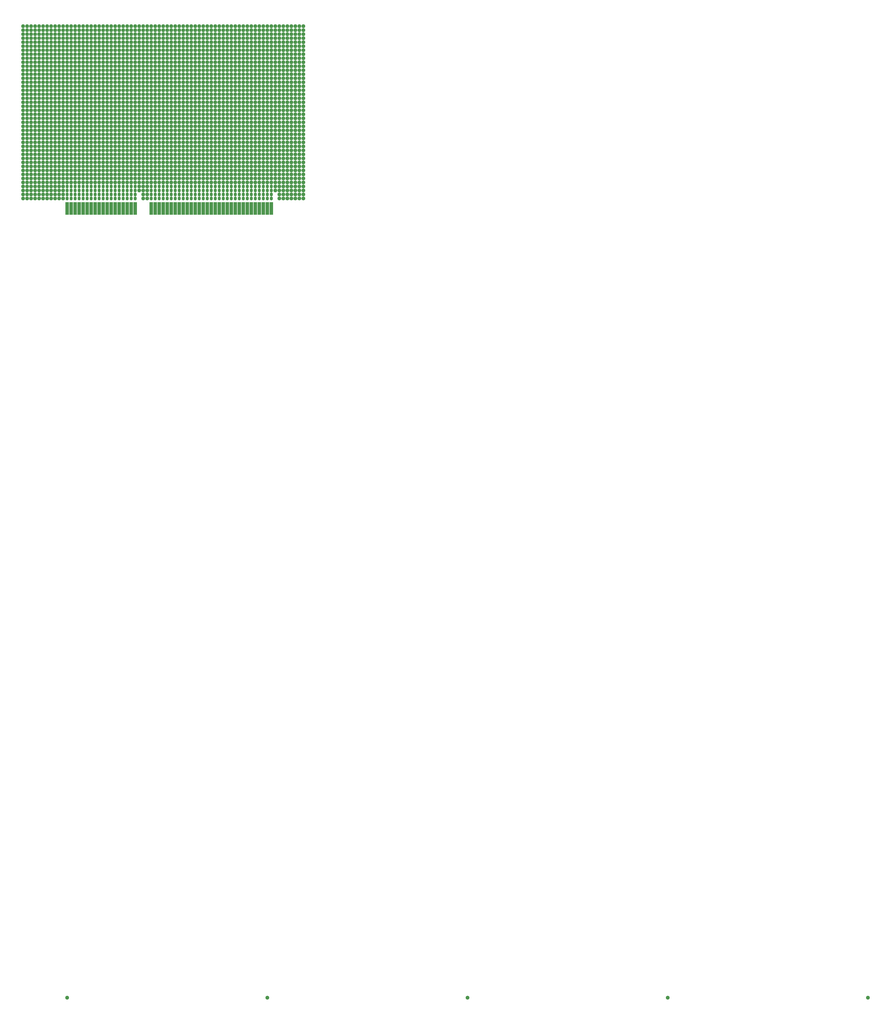
<source format=gbr>
G04 #@! TF.FileFunction,Soldermask,Bot*
%FSLAX46Y46*%
G04 Gerber Fmt 4.6, Leading zero omitted, Abs format (unit mm)*
G04 Created by KiCad (PCBNEW 4.0.7) date 03/09/19 17:14:33*
%MOMM*%
%LPD*%
G01*
G04 APERTURE LIST*
%ADD10C,0.100000*%
%ADD11O,1.900000X2.400000*%
%ADD12C,2.400000*%
%ADD13R,2.180000X8.020000*%
G04 APERTURE END LIST*
D10*
D11*
X335280000Y-172720000D03*
X332740000Y-172720000D03*
X330200000Y-172720000D03*
X327660000Y-172720000D03*
X325120000Y-172720000D03*
X322580000Y-172720000D03*
X320040000Y-172720000D03*
X317500000Y-172720000D03*
X314960000Y-172720000D03*
X312420000Y-172720000D03*
X309880000Y-172720000D03*
X307340000Y-172720000D03*
X304800000Y-172720000D03*
X302260000Y-172720000D03*
X299720000Y-172720000D03*
X297180000Y-172720000D03*
X294640000Y-172720000D03*
X292100000Y-172720000D03*
X289560000Y-172720000D03*
X287020000Y-172720000D03*
X284480000Y-172720000D03*
X281940000Y-172720000D03*
X279400000Y-172720000D03*
X276860000Y-172720000D03*
X274320000Y-172720000D03*
X271780000Y-172720000D03*
X269240000Y-172720000D03*
X266700000Y-172720000D03*
X264160000Y-172720000D03*
X261620000Y-172720000D03*
X259080000Y-172720000D03*
X335280000Y-170180000D03*
X332740000Y-170180000D03*
X330200000Y-170180000D03*
X327660000Y-170180000D03*
X325120000Y-170180000D03*
X322580000Y-170180000D03*
X320040000Y-170180000D03*
X317500000Y-170180000D03*
X314960000Y-170180000D03*
X312420000Y-170180000D03*
X309880000Y-170180000D03*
X307340000Y-170180000D03*
X304800000Y-170180000D03*
X302260000Y-170180000D03*
X299720000Y-170180000D03*
X297180000Y-170180000D03*
X294640000Y-170180000D03*
X292100000Y-170180000D03*
X289560000Y-170180000D03*
X287020000Y-170180000D03*
X284480000Y-170180000D03*
X281940000Y-170180000D03*
X279400000Y-170180000D03*
X276860000Y-170180000D03*
X274320000Y-170180000D03*
X271780000Y-170180000D03*
X269240000Y-170180000D03*
X266700000Y-170180000D03*
X264160000Y-170180000D03*
X261620000Y-170180000D03*
X259080000Y-170180000D03*
X335280000Y-167640000D03*
X332740000Y-167640000D03*
X330200000Y-167640000D03*
X327660000Y-167640000D03*
X325120000Y-167640000D03*
X322580000Y-167640000D03*
X320040000Y-167640000D03*
X317500000Y-167640000D03*
X314960000Y-167640000D03*
X312420000Y-167640000D03*
X309880000Y-167640000D03*
X307340000Y-167640000D03*
X304800000Y-167640000D03*
X302260000Y-167640000D03*
X299720000Y-167640000D03*
X297180000Y-167640000D03*
X294640000Y-167640000D03*
X292100000Y-167640000D03*
X289560000Y-167640000D03*
X287020000Y-167640000D03*
X284480000Y-167640000D03*
X281940000Y-167640000D03*
X279400000Y-167640000D03*
X276860000Y-167640000D03*
X274320000Y-167640000D03*
X271780000Y-167640000D03*
X269240000Y-167640000D03*
X266700000Y-167640000D03*
X264160000Y-167640000D03*
X261620000Y-167640000D03*
X259080000Y-167640000D03*
X335280000Y-165100000D03*
X332740000Y-165100000D03*
X330200000Y-165100000D03*
X327660000Y-165100000D03*
X325120000Y-165100000D03*
X322580000Y-165100000D03*
X320040000Y-165100000D03*
X317500000Y-165100000D03*
X314960000Y-165100000D03*
X312420000Y-165100000D03*
X309880000Y-165100000D03*
X307340000Y-165100000D03*
X304800000Y-165100000D03*
X302260000Y-165100000D03*
X299720000Y-165100000D03*
X297180000Y-165100000D03*
X294640000Y-165100000D03*
X292100000Y-165100000D03*
X289560000Y-165100000D03*
X287020000Y-165100000D03*
X284480000Y-165100000D03*
X281940000Y-165100000D03*
X279400000Y-165100000D03*
X276860000Y-165100000D03*
X274320000Y-165100000D03*
X271780000Y-165100000D03*
X269240000Y-165100000D03*
X266700000Y-165100000D03*
X264160000Y-165100000D03*
X261620000Y-165100000D03*
X259080000Y-165100000D03*
X248920000Y-172720000D03*
X246380000Y-172720000D03*
X243840000Y-172720000D03*
X241300000Y-172720000D03*
X238760000Y-172720000D03*
X236220000Y-172720000D03*
X233680000Y-172720000D03*
X231140000Y-172720000D03*
X228600000Y-172720000D03*
X226060000Y-172720000D03*
X223520000Y-172720000D03*
X220980000Y-172720000D03*
X218440000Y-172720000D03*
X215900000Y-172720000D03*
X213360000Y-172720000D03*
X210820000Y-172720000D03*
X208280000Y-172720000D03*
X205740000Y-172720000D03*
X248920000Y-170180000D03*
X246380000Y-170180000D03*
X243840000Y-170180000D03*
X241300000Y-170180000D03*
X238760000Y-170180000D03*
X236220000Y-170180000D03*
X233680000Y-170180000D03*
X231140000Y-170180000D03*
X228600000Y-170180000D03*
X226060000Y-170180000D03*
X223520000Y-170180000D03*
X220980000Y-170180000D03*
X218440000Y-170180000D03*
X215900000Y-170180000D03*
X213360000Y-170180000D03*
X210820000Y-170180000D03*
X208280000Y-170180000D03*
X205740000Y-170180000D03*
X248920000Y-167640000D03*
X246380000Y-167640000D03*
X243840000Y-167640000D03*
X241300000Y-167640000D03*
X238760000Y-167640000D03*
X236220000Y-167640000D03*
X233680000Y-167640000D03*
X231140000Y-167640000D03*
X228600000Y-167640000D03*
X226060000Y-167640000D03*
X223520000Y-167640000D03*
X220980000Y-167640000D03*
X218440000Y-167640000D03*
X215900000Y-167640000D03*
X213360000Y-167640000D03*
X210820000Y-167640000D03*
X208280000Y-167640000D03*
X205740000Y-167640000D03*
X248920000Y-165100000D03*
X246380000Y-165100000D03*
X243840000Y-165100000D03*
X241300000Y-165100000D03*
X238760000Y-165100000D03*
X236220000Y-165100000D03*
X233680000Y-165100000D03*
X231140000Y-165100000D03*
X228600000Y-165100000D03*
X226060000Y-165100000D03*
X223520000Y-165100000D03*
X220980000Y-165100000D03*
X218440000Y-165100000D03*
X215900000Y-165100000D03*
X213360000Y-165100000D03*
X210820000Y-165100000D03*
X208280000Y-165100000D03*
D12*
X355600000Y-172720000D03*
X353060000Y-172720000D03*
X350520000Y-172720000D03*
X347980000Y-172720000D03*
X345440000Y-172720000D03*
X342900000Y-172720000D03*
X340360000Y-172720000D03*
X256540000Y-172720000D03*
X254000000Y-172720000D03*
X203200000Y-172720000D03*
D11*
X205740000Y-165100000D03*
D12*
X200660000Y-172720000D03*
X198120000Y-172720000D03*
X195580000Y-172720000D03*
X193040000Y-172720000D03*
X190500000Y-172720000D03*
X187960000Y-172720000D03*
X185420000Y-172720000D03*
X182880000Y-172720000D03*
X180340000Y-172720000D03*
X177800000Y-172720000D03*
X203200000Y-170180000D03*
X200660000Y-170180000D03*
X198120000Y-170180000D03*
X195580000Y-170180000D03*
X193040000Y-170180000D03*
X190500000Y-170180000D03*
X187960000Y-170180000D03*
X185420000Y-170180000D03*
X182880000Y-170180000D03*
X180340000Y-170180000D03*
X177800000Y-170180000D03*
X203200000Y-167640000D03*
X200660000Y-167640000D03*
X198120000Y-167640000D03*
X195580000Y-167640000D03*
X193040000Y-167640000D03*
X190500000Y-167640000D03*
X187960000Y-167640000D03*
X185420000Y-167640000D03*
X182880000Y-167640000D03*
X180340000Y-167640000D03*
X177800000Y-167640000D03*
X203200000Y-165100000D03*
X200660000Y-165100000D03*
X198120000Y-165100000D03*
X195580000Y-165100000D03*
X193040000Y-165100000D03*
X190500000Y-165100000D03*
X187960000Y-165100000D03*
X185420000Y-165100000D03*
X182880000Y-165100000D03*
X180340000Y-165100000D03*
X177800000Y-165100000D03*
X203200000Y-162560000D03*
X200660000Y-162560000D03*
X198120000Y-162560000D03*
X195580000Y-162560000D03*
X193040000Y-162560000D03*
X190500000Y-162560000D03*
X187960000Y-162560000D03*
X185420000Y-162560000D03*
X182880000Y-162560000D03*
X180340000Y-162560000D03*
X177800000Y-162560000D03*
X203200000Y-160020000D03*
X200660000Y-160020000D03*
X198120000Y-160020000D03*
X195580000Y-160020000D03*
X193040000Y-160020000D03*
X190500000Y-160020000D03*
X187960000Y-160020000D03*
X185420000Y-160020000D03*
X182880000Y-160020000D03*
X180340000Y-160020000D03*
X177800000Y-160020000D03*
X203200000Y-157480000D03*
X200660000Y-157480000D03*
X198120000Y-157480000D03*
X195580000Y-157480000D03*
X193040000Y-157480000D03*
X190500000Y-157480000D03*
X187960000Y-157480000D03*
X185420000Y-157480000D03*
X182880000Y-157480000D03*
X180340000Y-157480000D03*
X177800000Y-157480000D03*
X203200000Y-154940000D03*
X200660000Y-154940000D03*
X198120000Y-154940000D03*
X195580000Y-154940000D03*
X193040000Y-154940000D03*
X190500000Y-154940000D03*
X187960000Y-154940000D03*
X185420000Y-154940000D03*
X182880000Y-154940000D03*
X180340000Y-154940000D03*
X177800000Y-154940000D03*
X203200000Y-152400000D03*
X200660000Y-152400000D03*
X198120000Y-152400000D03*
X195580000Y-152400000D03*
X193040000Y-152400000D03*
X190500000Y-152400000D03*
X187960000Y-152400000D03*
X185420000Y-152400000D03*
X182880000Y-152400000D03*
X180340000Y-152400000D03*
X177800000Y-152400000D03*
X203200000Y-149860000D03*
X200660000Y-149860000D03*
X198120000Y-149860000D03*
X195580000Y-149860000D03*
X193040000Y-149860000D03*
X190500000Y-149860000D03*
X187960000Y-149860000D03*
X185420000Y-149860000D03*
X182880000Y-149860000D03*
X180340000Y-149860000D03*
X177800000Y-149860000D03*
X203200000Y-147320000D03*
X200660000Y-147320000D03*
X198120000Y-147320000D03*
X195580000Y-147320000D03*
X193040000Y-147320000D03*
X190500000Y-147320000D03*
X187960000Y-147320000D03*
X185420000Y-147320000D03*
X182880000Y-147320000D03*
X180340000Y-147320000D03*
X177800000Y-147320000D03*
X203200000Y-144780000D03*
X200660000Y-144780000D03*
X198120000Y-144780000D03*
X195580000Y-144780000D03*
X193040000Y-144780000D03*
X190500000Y-144780000D03*
X187960000Y-144780000D03*
X185420000Y-144780000D03*
X182880000Y-144780000D03*
X180340000Y-144780000D03*
X177800000Y-144780000D03*
X203200000Y-142240000D03*
X200660000Y-142240000D03*
X198120000Y-142240000D03*
X195580000Y-142240000D03*
X193040000Y-142240000D03*
X190500000Y-142240000D03*
X187960000Y-142240000D03*
X185420000Y-142240000D03*
X182880000Y-142240000D03*
X180340000Y-142240000D03*
X177800000Y-142240000D03*
X203200000Y-139700000D03*
X200660000Y-139700000D03*
X198120000Y-139700000D03*
X195580000Y-139700000D03*
X193040000Y-139700000D03*
X190500000Y-139700000D03*
X187960000Y-139700000D03*
X185420000Y-139700000D03*
X182880000Y-139700000D03*
X180340000Y-139700000D03*
X177800000Y-139700000D03*
X203200000Y-137160000D03*
X200660000Y-137160000D03*
X198120000Y-137160000D03*
X195580000Y-137160000D03*
X193040000Y-137160000D03*
X190500000Y-137160000D03*
X187960000Y-137160000D03*
X185420000Y-137160000D03*
X182880000Y-137160000D03*
X180340000Y-137160000D03*
X177800000Y-137160000D03*
X203200000Y-134620000D03*
X200660000Y-134620000D03*
X198120000Y-134620000D03*
X195580000Y-134620000D03*
X193040000Y-134620000D03*
X190500000Y-134620000D03*
X187960000Y-134620000D03*
X185420000Y-134620000D03*
X182880000Y-134620000D03*
X180340000Y-134620000D03*
X177800000Y-134620000D03*
X203200000Y-132080000D03*
X200660000Y-132080000D03*
X198120000Y-132080000D03*
X195580000Y-132080000D03*
X193040000Y-132080000D03*
X190500000Y-132080000D03*
X187960000Y-132080000D03*
X185420000Y-132080000D03*
X182880000Y-132080000D03*
X180340000Y-132080000D03*
X177800000Y-132080000D03*
X203200000Y-129540000D03*
X200660000Y-129540000D03*
X198120000Y-129540000D03*
X195580000Y-129540000D03*
X193040000Y-129540000D03*
X190500000Y-129540000D03*
X187960000Y-129540000D03*
X185420000Y-129540000D03*
X182880000Y-129540000D03*
X180340000Y-129540000D03*
X177800000Y-129540000D03*
X203200000Y-127000000D03*
X200660000Y-127000000D03*
X198120000Y-127000000D03*
X195580000Y-127000000D03*
X193040000Y-127000000D03*
X190500000Y-127000000D03*
X187960000Y-127000000D03*
X185420000Y-127000000D03*
X182880000Y-127000000D03*
X180340000Y-127000000D03*
X177800000Y-127000000D03*
X203200000Y-124460000D03*
X200660000Y-124460000D03*
X198120000Y-124460000D03*
X195580000Y-124460000D03*
X193040000Y-124460000D03*
X190500000Y-124460000D03*
X187960000Y-124460000D03*
X185420000Y-124460000D03*
X182880000Y-124460000D03*
X180340000Y-124460000D03*
X177800000Y-124460000D03*
X203200000Y-121920000D03*
X200660000Y-121920000D03*
X198120000Y-121920000D03*
X195580000Y-121920000D03*
X193040000Y-121920000D03*
X190500000Y-121920000D03*
X187960000Y-121920000D03*
X185420000Y-121920000D03*
X182880000Y-121920000D03*
X180340000Y-121920000D03*
X177800000Y-121920000D03*
X203200000Y-119380000D03*
X200660000Y-119380000D03*
X198120000Y-119380000D03*
X195580000Y-119380000D03*
X193040000Y-119380000D03*
X190500000Y-119380000D03*
X187960000Y-119380000D03*
X185420000Y-119380000D03*
X182880000Y-119380000D03*
X180340000Y-119380000D03*
X177800000Y-119380000D03*
X203200000Y-116840000D03*
X200660000Y-116840000D03*
X198120000Y-116840000D03*
X195580000Y-116840000D03*
X193040000Y-116840000D03*
X190500000Y-116840000D03*
X187960000Y-116840000D03*
X185420000Y-116840000D03*
X182880000Y-116840000D03*
X180340000Y-116840000D03*
X177800000Y-116840000D03*
X203200000Y-114300000D03*
X200660000Y-114300000D03*
X198120000Y-114300000D03*
X195580000Y-114300000D03*
X193040000Y-114300000D03*
X190500000Y-114300000D03*
X187960000Y-114300000D03*
X185420000Y-114300000D03*
X182880000Y-114300000D03*
X180340000Y-114300000D03*
X177800000Y-114300000D03*
X203200000Y-111760000D03*
X200660000Y-111760000D03*
X198120000Y-111760000D03*
X195580000Y-111760000D03*
X193040000Y-111760000D03*
X190500000Y-111760000D03*
X187960000Y-111760000D03*
X185420000Y-111760000D03*
X182880000Y-111760000D03*
X180340000Y-111760000D03*
X177800000Y-111760000D03*
X203200000Y-109220000D03*
X200660000Y-109220000D03*
X198120000Y-109220000D03*
X195580000Y-109220000D03*
X193040000Y-109220000D03*
X190500000Y-109220000D03*
X187960000Y-109220000D03*
X185420000Y-109220000D03*
X182880000Y-109220000D03*
X180340000Y-109220000D03*
X177800000Y-109220000D03*
X203200000Y-106680000D03*
X200660000Y-106680000D03*
X198120000Y-106680000D03*
X195580000Y-106680000D03*
X193040000Y-106680000D03*
X190500000Y-106680000D03*
X187960000Y-106680000D03*
X185420000Y-106680000D03*
X182880000Y-106680000D03*
X180340000Y-106680000D03*
X177800000Y-106680000D03*
X203200000Y-104140000D03*
X200660000Y-104140000D03*
X198120000Y-104140000D03*
X195580000Y-104140000D03*
X193040000Y-104140000D03*
X190500000Y-104140000D03*
X187960000Y-104140000D03*
X185420000Y-104140000D03*
X182880000Y-104140000D03*
X180340000Y-104140000D03*
X177800000Y-104140000D03*
X203200000Y-101600000D03*
X200660000Y-101600000D03*
X198120000Y-101600000D03*
X195580000Y-101600000D03*
X193040000Y-101600000D03*
X190500000Y-101600000D03*
X187960000Y-101600000D03*
X185420000Y-101600000D03*
X182880000Y-101600000D03*
X180340000Y-101600000D03*
X177800000Y-101600000D03*
X203200000Y-99060000D03*
X200660000Y-99060000D03*
X198120000Y-99060000D03*
X195580000Y-99060000D03*
X193040000Y-99060000D03*
X190500000Y-99060000D03*
X187960000Y-99060000D03*
X185420000Y-99060000D03*
X182880000Y-99060000D03*
X180340000Y-99060000D03*
X177800000Y-99060000D03*
X203200000Y-96520000D03*
X200660000Y-96520000D03*
X198120000Y-96520000D03*
X195580000Y-96520000D03*
X193040000Y-96520000D03*
X190500000Y-96520000D03*
X187960000Y-96520000D03*
X185420000Y-96520000D03*
X182880000Y-96520000D03*
X180340000Y-96520000D03*
X177800000Y-96520000D03*
X203200000Y-93980000D03*
X200660000Y-93980000D03*
X198120000Y-93980000D03*
X195580000Y-93980000D03*
X193040000Y-93980000D03*
X190500000Y-93980000D03*
X187960000Y-93980000D03*
X185420000Y-93980000D03*
X182880000Y-93980000D03*
X180340000Y-93980000D03*
X177800000Y-93980000D03*
X203200000Y-91440000D03*
X200660000Y-91440000D03*
X198120000Y-91440000D03*
X195580000Y-91440000D03*
X193040000Y-91440000D03*
X190500000Y-91440000D03*
X187960000Y-91440000D03*
X185420000Y-91440000D03*
X182880000Y-91440000D03*
X180340000Y-91440000D03*
X177800000Y-91440000D03*
X203200000Y-88900000D03*
X200660000Y-88900000D03*
X198120000Y-88900000D03*
X195580000Y-88900000D03*
X193040000Y-88900000D03*
X190500000Y-88900000D03*
X187960000Y-88900000D03*
X185420000Y-88900000D03*
X182880000Y-88900000D03*
X180340000Y-88900000D03*
X177800000Y-88900000D03*
X203200000Y-86360000D03*
X200660000Y-86360000D03*
X198120000Y-86360000D03*
X195580000Y-86360000D03*
X193040000Y-86360000D03*
X190500000Y-86360000D03*
X187960000Y-86360000D03*
X185420000Y-86360000D03*
X182880000Y-86360000D03*
X180340000Y-86360000D03*
X177800000Y-86360000D03*
X203200000Y-83820000D03*
X200660000Y-83820000D03*
X198120000Y-83820000D03*
X195580000Y-83820000D03*
X193040000Y-83820000D03*
X190500000Y-83820000D03*
X187960000Y-83820000D03*
X185420000Y-83820000D03*
X182880000Y-83820000D03*
X180340000Y-83820000D03*
X177800000Y-83820000D03*
X203200000Y-81280000D03*
X200660000Y-81280000D03*
X198120000Y-81280000D03*
X195580000Y-81280000D03*
X193040000Y-81280000D03*
X190500000Y-81280000D03*
X187960000Y-81280000D03*
X185420000Y-81280000D03*
X182880000Y-81280000D03*
X180340000Y-81280000D03*
X177800000Y-81280000D03*
X203200000Y-78740000D03*
X200660000Y-78740000D03*
X198120000Y-78740000D03*
X195580000Y-78740000D03*
X193040000Y-78740000D03*
X190500000Y-78740000D03*
X187960000Y-78740000D03*
X185420000Y-78740000D03*
X182880000Y-78740000D03*
X180340000Y-78740000D03*
X177800000Y-78740000D03*
X203200000Y-76200000D03*
X200660000Y-76200000D03*
X198120000Y-76200000D03*
X195580000Y-76200000D03*
X193040000Y-76200000D03*
X190500000Y-76200000D03*
X187960000Y-76200000D03*
X185420000Y-76200000D03*
X182880000Y-76200000D03*
X180340000Y-76200000D03*
X177800000Y-76200000D03*
X203200000Y-73660000D03*
X200660000Y-73660000D03*
X198120000Y-73660000D03*
X195580000Y-73660000D03*
X193040000Y-73660000D03*
X190500000Y-73660000D03*
X187960000Y-73660000D03*
X185420000Y-73660000D03*
X182880000Y-73660000D03*
X180340000Y-73660000D03*
X177800000Y-73660000D03*
X203200000Y-71120000D03*
X200660000Y-71120000D03*
X198120000Y-71120000D03*
X195580000Y-71120000D03*
X193040000Y-71120000D03*
X190500000Y-71120000D03*
X187960000Y-71120000D03*
X185420000Y-71120000D03*
X182880000Y-71120000D03*
X180340000Y-71120000D03*
X177800000Y-71120000D03*
X203200000Y-68580000D03*
X200660000Y-68580000D03*
X198120000Y-68580000D03*
X195580000Y-68580000D03*
X193040000Y-68580000D03*
X190500000Y-68580000D03*
X187960000Y-68580000D03*
X185420000Y-68580000D03*
X182880000Y-68580000D03*
X180340000Y-68580000D03*
X177800000Y-68580000D03*
X203200000Y-66040000D03*
X200660000Y-66040000D03*
X198120000Y-66040000D03*
X195580000Y-66040000D03*
X193040000Y-66040000D03*
X190500000Y-66040000D03*
X187960000Y-66040000D03*
X185420000Y-66040000D03*
X182880000Y-66040000D03*
X180340000Y-66040000D03*
X177800000Y-66040000D03*
X203200000Y-63500000D03*
X200660000Y-63500000D03*
X198120000Y-63500000D03*
X195580000Y-63500000D03*
X193040000Y-63500000D03*
X190500000Y-63500000D03*
X187960000Y-63500000D03*
X185420000Y-63500000D03*
X182880000Y-63500000D03*
X180340000Y-63500000D03*
X177800000Y-63500000D03*
X355600000Y-170180000D03*
X353060000Y-170180000D03*
X350520000Y-170180000D03*
X347980000Y-170180000D03*
X345440000Y-170180000D03*
X342900000Y-170180000D03*
X340360000Y-170180000D03*
X256540000Y-170180000D03*
X254000000Y-170180000D03*
X355600000Y-167640000D03*
X353060000Y-167640000D03*
X350520000Y-167640000D03*
X347980000Y-167640000D03*
X345440000Y-167640000D03*
X342900000Y-167640000D03*
X340360000Y-167640000D03*
X337820000Y-167640000D03*
X256540000Y-167640000D03*
X254000000Y-167640000D03*
X251460000Y-167640000D03*
X355600000Y-165100000D03*
X353060000Y-165100000D03*
X350520000Y-165100000D03*
X347980000Y-165100000D03*
X345440000Y-165100000D03*
X342900000Y-165100000D03*
X340360000Y-165100000D03*
X337820000Y-165100000D03*
X256540000Y-165100000D03*
X254000000Y-165100000D03*
X251460000Y-165100000D03*
X355600000Y-162560000D03*
X353060000Y-162560000D03*
X350520000Y-162560000D03*
X347980000Y-162560000D03*
X345440000Y-162560000D03*
X342900000Y-162560000D03*
X340360000Y-162560000D03*
X337820000Y-162560000D03*
X335280000Y-162560000D03*
X332740000Y-162560000D03*
X330200000Y-162560000D03*
X327660000Y-162560000D03*
X325120000Y-162560000D03*
X322580000Y-162560000D03*
X320040000Y-162560000D03*
X317500000Y-162560000D03*
X314960000Y-162560000D03*
X312420000Y-162560000D03*
X309880000Y-162560000D03*
X307340000Y-162560000D03*
X304800000Y-162560000D03*
X302260000Y-162560000D03*
X299720000Y-162560000D03*
X297180000Y-162560000D03*
X294640000Y-162560000D03*
X292100000Y-162560000D03*
X289560000Y-162560000D03*
X287020000Y-162560000D03*
X284480000Y-162560000D03*
X281940000Y-162560000D03*
X279400000Y-162560000D03*
X276860000Y-162560000D03*
X274320000Y-162560000D03*
X271780000Y-162560000D03*
X269240000Y-162560000D03*
X266700000Y-162560000D03*
X264160000Y-162560000D03*
X261620000Y-162560000D03*
X259080000Y-162560000D03*
X256540000Y-162560000D03*
X254000000Y-162560000D03*
X251460000Y-162560000D03*
X248920000Y-162560000D03*
X246380000Y-162560000D03*
X243840000Y-162560000D03*
X241300000Y-162560000D03*
X238760000Y-162560000D03*
X236220000Y-162560000D03*
X233680000Y-162560000D03*
X231140000Y-162560000D03*
X228600000Y-162560000D03*
X226060000Y-162560000D03*
X223520000Y-162560000D03*
X220980000Y-162560000D03*
X218440000Y-162560000D03*
X215900000Y-162560000D03*
X213360000Y-162560000D03*
X210820000Y-162560000D03*
X208280000Y-162560000D03*
X205740000Y-162560000D03*
X355600000Y-160020000D03*
X353060000Y-160020000D03*
X350520000Y-160020000D03*
X347980000Y-160020000D03*
X345440000Y-160020000D03*
X342900000Y-160020000D03*
X340360000Y-160020000D03*
X337820000Y-160020000D03*
X335280000Y-160020000D03*
X332740000Y-160020000D03*
X330200000Y-160020000D03*
X327660000Y-160020000D03*
X325120000Y-160020000D03*
X322580000Y-160020000D03*
X320040000Y-160020000D03*
X317500000Y-160020000D03*
X314960000Y-160020000D03*
X312420000Y-160020000D03*
X309880000Y-160020000D03*
X307340000Y-160020000D03*
X304800000Y-160020000D03*
X302260000Y-160020000D03*
X299720000Y-160020000D03*
X297180000Y-160020000D03*
X294640000Y-160020000D03*
X292100000Y-160020000D03*
X289560000Y-160020000D03*
X287020000Y-160020000D03*
X284480000Y-160020000D03*
X281940000Y-160020000D03*
X279400000Y-160020000D03*
X276860000Y-160020000D03*
X274320000Y-160020000D03*
X271780000Y-160020000D03*
X269240000Y-160020000D03*
X266700000Y-160020000D03*
X264160000Y-160020000D03*
X261620000Y-160020000D03*
X259080000Y-160020000D03*
X256540000Y-160020000D03*
X254000000Y-160020000D03*
X251460000Y-160020000D03*
X248920000Y-160020000D03*
X246380000Y-160020000D03*
X243840000Y-160020000D03*
X241300000Y-160020000D03*
X238760000Y-160020000D03*
X236220000Y-160020000D03*
X233680000Y-160020000D03*
X231140000Y-160020000D03*
X228600000Y-160020000D03*
X226060000Y-160020000D03*
X223520000Y-160020000D03*
X220980000Y-160020000D03*
X218440000Y-160020000D03*
X215900000Y-160020000D03*
X213360000Y-160020000D03*
X210820000Y-160020000D03*
X208280000Y-160020000D03*
X205740000Y-160020000D03*
X355600000Y-157480000D03*
X353060000Y-157480000D03*
X350520000Y-157480000D03*
X347980000Y-157480000D03*
X345440000Y-157480000D03*
X342900000Y-157480000D03*
X340360000Y-157480000D03*
X337820000Y-157480000D03*
X335280000Y-157480000D03*
X332740000Y-157480000D03*
X330200000Y-157480000D03*
X327660000Y-157480000D03*
X325120000Y-157480000D03*
X322580000Y-157480000D03*
X320040000Y-157480000D03*
X317500000Y-157480000D03*
X314960000Y-157480000D03*
X312420000Y-157480000D03*
X309880000Y-157480000D03*
X307340000Y-157480000D03*
X304800000Y-157480000D03*
X302260000Y-157480000D03*
X299720000Y-157480000D03*
X297180000Y-157480000D03*
X294640000Y-157480000D03*
X292100000Y-157480000D03*
X289560000Y-157480000D03*
X287020000Y-157480000D03*
X284480000Y-157480000D03*
X281940000Y-157480000D03*
X279400000Y-157480000D03*
X276860000Y-157480000D03*
X274320000Y-157480000D03*
X271780000Y-157480000D03*
X269240000Y-157480000D03*
X266700000Y-157480000D03*
X264160000Y-157480000D03*
X261620000Y-157480000D03*
X259080000Y-157480000D03*
X256540000Y-157480000D03*
X254000000Y-157480000D03*
X251460000Y-157480000D03*
X248920000Y-157480000D03*
X246380000Y-157480000D03*
X243840000Y-157480000D03*
X241300000Y-157480000D03*
X238760000Y-157480000D03*
X236220000Y-157480000D03*
X233680000Y-157480000D03*
X231140000Y-157480000D03*
X228600000Y-157480000D03*
X226060000Y-157480000D03*
X223520000Y-157480000D03*
X220980000Y-157480000D03*
X218440000Y-157480000D03*
X215900000Y-157480000D03*
X213360000Y-157480000D03*
X210820000Y-157480000D03*
X208280000Y-157480000D03*
X205740000Y-157480000D03*
X355600000Y-154940000D03*
X353060000Y-154940000D03*
X350520000Y-154940000D03*
X347980000Y-154940000D03*
X345440000Y-154940000D03*
X342900000Y-154940000D03*
X340360000Y-154940000D03*
X337820000Y-154940000D03*
X335280000Y-154940000D03*
X332740000Y-154940000D03*
X330200000Y-154940000D03*
X327660000Y-154940000D03*
X325120000Y-154940000D03*
X322580000Y-154940000D03*
X320040000Y-154940000D03*
X317500000Y-154940000D03*
X314960000Y-154940000D03*
X312420000Y-154940000D03*
X309880000Y-154940000D03*
X307340000Y-154940000D03*
X304800000Y-154940000D03*
X302260000Y-154940000D03*
X299720000Y-154940000D03*
X297180000Y-154940000D03*
X294640000Y-154940000D03*
X292100000Y-154940000D03*
X289560000Y-154940000D03*
X287020000Y-154940000D03*
X284480000Y-154940000D03*
X281940000Y-154940000D03*
X279400000Y-154940000D03*
X276860000Y-154940000D03*
X274320000Y-154940000D03*
X271780000Y-154940000D03*
X269240000Y-154940000D03*
X266700000Y-154940000D03*
X264160000Y-154940000D03*
X261620000Y-154940000D03*
X259080000Y-154940000D03*
X256540000Y-154940000D03*
X254000000Y-154940000D03*
X251460000Y-154940000D03*
X248920000Y-154940000D03*
X246380000Y-154940000D03*
X243840000Y-154940000D03*
X241300000Y-154940000D03*
X238760000Y-154940000D03*
X236220000Y-154940000D03*
X233680000Y-154940000D03*
X231140000Y-154940000D03*
X228600000Y-154940000D03*
X226060000Y-154940000D03*
X223520000Y-154940000D03*
X220980000Y-154940000D03*
X218440000Y-154940000D03*
X215900000Y-154940000D03*
X213360000Y-154940000D03*
X210820000Y-154940000D03*
X208280000Y-154940000D03*
X205740000Y-154940000D03*
X355600000Y-152400000D03*
X353060000Y-152400000D03*
X350520000Y-152400000D03*
X347980000Y-152400000D03*
X345440000Y-152400000D03*
X342900000Y-152400000D03*
X340360000Y-152400000D03*
X337820000Y-152400000D03*
X335280000Y-152400000D03*
X332740000Y-152400000D03*
X330200000Y-152400000D03*
X327660000Y-152400000D03*
X325120000Y-152400000D03*
X322580000Y-152400000D03*
X320040000Y-152400000D03*
X317500000Y-152400000D03*
X314960000Y-152400000D03*
X312420000Y-152400000D03*
X309880000Y-152400000D03*
X307340000Y-152400000D03*
X304800000Y-152400000D03*
X302260000Y-152400000D03*
X299720000Y-152400000D03*
X297180000Y-152400000D03*
X294640000Y-152400000D03*
X292100000Y-152400000D03*
X289560000Y-152400000D03*
X287020000Y-152400000D03*
X284480000Y-152400000D03*
X281940000Y-152400000D03*
X279400000Y-152400000D03*
X276860000Y-152400000D03*
X274320000Y-152400000D03*
X271780000Y-152400000D03*
X269240000Y-152400000D03*
X266700000Y-152400000D03*
X264160000Y-152400000D03*
X261620000Y-152400000D03*
X259080000Y-152400000D03*
X256540000Y-152400000D03*
X254000000Y-152400000D03*
X251460000Y-152400000D03*
X248920000Y-152400000D03*
X246380000Y-152400000D03*
X243840000Y-152400000D03*
X241300000Y-152400000D03*
X238760000Y-152400000D03*
X236220000Y-152400000D03*
X233680000Y-152400000D03*
X231140000Y-152400000D03*
X228600000Y-152400000D03*
X226060000Y-152400000D03*
X223520000Y-152400000D03*
X220980000Y-152400000D03*
X218440000Y-152400000D03*
X215900000Y-152400000D03*
X213360000Y-152400000D03*
X210820000Y-152400000D03*
X208280000Y-152400000D03*
X205740000Y-152400000D03*
X355600000Y-149860000D03*
X353060000Y-149860000D03*
X350520000Y-149860000D03*
X347980000Y-149860000D03*
X345440000Y-149860000D03*
X342900000Y-149860000D03*
X340360000Y-149860000D03*
X337820000Y-149860000D03*
X335280000Y-149860000D03*
X332740000Y-149860000D03*
X330200000Y-149860000D03*
X327660000Y-149860000D03*
X325120000Y-149860000D03*
X322580000Y-149860000D03*
X320040000Y-149860000D03*
X317500000Y-149860000D03*
X314960000Y-149860000D03*
X312420000Y-149860000D03*
X309880000Y-149860000D03*
X307340000Y-149860000D03*
X304800000Y-149860000D03*
X302260000Y-149860000D03*
X299720000Y-149860000D03*
X297180000Y-149860000D03*
X294640000Y-149860000D03*
X292100000Y-149860000D03*
X289560000Y-149860000D03*
X287020000Y-149860000D03*
X284480000Y-149860000D03*
X281940000Y-149860000D03*
X279400000Y-149860000D03*
X276860000Y-149860000D03*
X274320000Y-149860000D03*
X271780000Y-149860000D03*
X269240000Y-149860000D03*
X266700000Y-149860000D03*
X264160000Y-149860000D03*
X261620000Y-149860000D03*
X259080000Y-149860000D03*
X256540000Y-149860000D03*
X254000000Y-149860000D03*
X251460000Y-149860000D03*
X248920000Y-149860000D03*
X246380000Y-149860000D03*
X243840000Y-149860000D03*
X241300000Y-149860000D03*
X238760000Y-149860000D03*
X236220000Y-149860000D03*
X233680000Y-149860000D03*
X231140000Y-149860000D03*
X228600000Y-149860000D03*
X226060000Y-149860000D03*
X223520000Y-149860000D03*
X220980000Y-149860000D03*
X218440000Y-149860000D03*
X215900000Y-149860000D03*
X213360000Y-149860000D03*
X210820000Y-149860000D03*
X208280000Y-149860000D03*
X205740000Y-149860000D03*
X355600000Y-147320000D03*
X353060000Y-147320000D03*
X350520000Y-147320000D03*
X347980000Y-147320000D03*
X345440000Y-147320000D03*
X342900000Y-147320000D03*
X340360000Y-147320000D03*
X337820000Y-147320000D03*
X335280000Y-147320000D03*
X332740000Y-147320000D03*
X330200000Y-147320000D03*
X327660000Y-147320000D03*
X325120000Y-147320000D03*
X322580000Y-147320000D03*
X320040000Y-147320000D03*
X317500000Y-147320000D03*
X314960000Y-147320000D03*
X312420000Y-147320000D03*
X309880000Y-147320000D03*
X307340000Y-147320000D03*
X304800000Y-147320000D03*
X302260000Y-147320000D03*
X299720000Y-147320000D03*
X297180000Y-147320000D03*
X294640000Y-147320000D03*
X292100000Y-147320000D03*
X289560000Y-147320000D03*
X287020000Y-147320000D03*
X284480000Y-147320000D03*
X281940000Y-147320000D03*
X279400000Y-147320000D03*
X276860000Y-147320000D03*
X274320000Y-147320000D03*
X271780000Y-147320000D03*
X269240000Y-147320000D03*
X266700000Y-147320000D03*
X264160000Y-147320000D03*
X261620000Y-147320000D03*
X259080000Y-147320000D03*
X256540000Y-147320000D03*
X254000000Y-147320000D03*
X251460000Y-147320000D03*
X248920000Y-147320000D03*
X246380000Y-147320000D03*
X243840000Y-147320000D03*
X241300000Y-147320000D03*
X238760000Y-147320000D03*
X236220000Y-147320000D03*
X233680000Y-147320000D03*
X231140000Y-147320000D03*
X228600000Y-147320000D03*
X226060000Y-147320000D03*
X223520000Y-147320000D03*
X220980000Y-147320000D03*
X218440000Y-147320000D03*
X215900000Y-147320000D03*
X213360000Y-147320000D03*
X210820000Y-147320000D03*
X208280000Y-147320000D03*
X205740000Y-147320000D03*
X355600000Y-144780000D03*
X353060000Y-144780000D03*
X350520000Y-144780000D03*
X347980000Y-144780000D03*
X345440000Y-144780000D03*
X342900000Y-144780000D03*
X340360000Y-144780000D03*
X337820000Y-144780000D03*
X335280000Y-144780000D03*
X332740000Y-144780000D03*
X330200000Y-144780000D03*
X327660000Y-144780000D03*
X325120000Y-144780000D03*
X322580000Y-144780000D03*
X320040000Y-144780000D03*
X317500000Y-144780000D03*
X314960000Y-144780000D03*
X312420000Y-144780000D03*
X309880000Y-144780000D03*
X307340000Y-144780000D03*
X304800000Y-144780000D03*
X302260000Y-144780000D03*
X299720000Y-144780000D03*
X297180000Y-144780000D03*
X294640000Y-144780000D03*
X292100000Y-144780000D03*
X289560000Y-144780000D03*
X287020000Y-144780000D03*
X284480000Y-144780000D03*
X281940000Y-144780000D03*
X279400000Y-144780000D03*
X276860000Y-144780000D03*
X274320000Y-144780000D03*
X271780000Y-144780000D03*
X269240000Y-144780000D03*
X266700000Y-144780000D03*
X264160000Y-144780000D03*
X261620000Y-144780000D03*
X259080000Y-144780000D03*
X256540000Y-144780000D03*
X254000000Y-144780000D03*
X251460000Y-144780000D03*
X248920000Y-144780000D03*
X246380000Y-144780000D03*
X243840000Y-144780000D03*
X241300000Y-144780000D03*
X238760000Y-144780000D03*
X236220000Y-144780000D03*
X233680000Y-144780000D03*
X231140000Y-144780000D03*
X228600000Y-144780000D03*
X226060000Y-144780000D03*
X223520000Y-144780000D03*
X220980000Y-144780000D03*
X218440000Y-144780000D03*
X215900000Y-144780000D03*
X213360000Y-144780000D03*
X210820000Y-144780000D03*
X208280000Y-144780000D03*
X205740000Y-144780000D03*
X355600000Y-142240000D03*
X353060000Y-142240000D03*
X350520000Y-142240000D03*
X347980000Y-142240000D03*
X345440000Y-142240000D03*
X342900000Y-142240000D03*
X340360000Y-142240000D03*
X337820000Y-142240000D03*
X335280000Y-142240000D03*
X332740000Y-142240000D03*
X330200000Y-142240000D03*
X327660000Y-142240000D03*
X325120000Y-142240000D03*
X322580000Y-142240000D03*
X320040000Y-142240000D03*
X317500000Y-142240000D03*
X314960000Y-142240000D03*
X312420000Y-142240000D03*
X309880000Y-142240000D03*
X307340000Y-142240000D03*
X304800000Y-142240000D03*
X302260000Y-142240000D03*
X299720000Y-142240000D03*
X297180000Y-142240000D03*
X294640000Y-142240000D03*
X292100000Y-142240000D03*
X289560000Y-142240000D03*
X287020000Y-142240000D03*
X284480000Y-142240000D03*
X281940000Y-142240000D03*
X279400000Y-142240000D03*
X276860000Y-142240000D03*
X274320000Y-142240000D03*
X271780000Y-142240000D03*
X269240000Y-142240000D03*
X266700000Y-142240000D03*
X264160000Y-142240000D03*
X261620000Y-142240000D03*
X259080000Y-142240000D03*
X256540000Y-142240000D03*
X254000000Y-142240000D03*
X251460000Y-142240000D03*
X248920000Y-142240000D03*
X246380000Y-142240000D03*
X243840000Y-142240000D03*
X241300000Y-142240000D03*
X238760000Y-142240000D03*
X236220000Y-142240000D03*
X233680000Y-142240000D03*
X231140000Y-142240000D03*
X228600000Y-142240000D03*
X226060000Y-142240000D03*
X223520000Y-142240000D03*
X220980000Y-142240000D03*
X218440000Y-142240000D03*
X215900000Y-142240000D03*
X213360000Y-142240000D03*
X210820000Y-142240000D03*
X208280000Y-142240000D03*
X205740000Y-142240000D03*
X355600000Y-139700000D03*
X353060000Y-139700000D03*
X350520000Y-139700000D03*
X347980000Y-139700000D03*
X345440000Y-139700000D03*
X342900000Y-139700000D03*
X340360000Y-139700000D03*
X337820000Y-139700000D03*
X335280000Y-139700000D03*
X332740000Y-139700000D03*
X330200000Y-139700000D03*
X327660000Y-139700000D03*
X325120000Y-139700000D03*
X322580000Y-139700000D03*
X320040000Y-139700000D03*
X317500000Y-139700000D03*
X314960000Y-139700000D03*
X312420000Y-139700000D03*
X309880000Y-139700000D03*
X307340000Y-139700000D03*
X304800000Y-139700000D03*
X302260000Y-139700000D03*
X299720000Y-139700000D03*
X297180000Y-139700000D03*
X294640000Y-139700000D03*
X292100000Y-139700000D03*
X289560000Y-139700000D03*
X287020000Y-139700000D03*
X284480000Y-139700000D03*
X281940000Y-139700000D03*
X279400000Y-139700000D03*
X276860000Y-139700000D03*
X274320000Y-139700000D03*
X271780000Y-139700000D03*
X269240000Y-139700000D03*
X266700000Y-139700000D03*
X264160000Y-139700000D03*
X261620000Y-139700000D03*
X259080000Y-139700000D03*
X256540000Y-139700000D03*
X254000000Y-139700000D03*
X251460000Y-139700000D03*
X248920000Y-139700000D03*
X246380000Y-139700000D03*
X243840000Y-139700000D03*
X241300000Y-139700000D03*
X238760000Y-139700000D03*
X236220000Y-139700000D03*
X233680000Y-139700000D03*
X231140000Y-139700000D03*
X228600000Y-139700000D03*
X226060000Y-139700000D03*
X223520000Y-139700000D03*
X220980000Y-139700000D03*
X218440000Y-139700000D03*
X215900000Y-139700000D03*
X213360000Y-139700000D03*
X210820000Y-139700000D03*
X208280000Y-139700000D03*
X205740000Y-139700000D03*
X355600000Y-137160000D03*
X353060000Y-137160000D03*
X350520000Y-137160000D03*
X347980000Y-137160000D03*
X345440000Y-137160000D03*
X342900000Y-137160000D03*
X340360000Y-137160000D03*
X337820000Y-137160000D03*
X335280000Y-137160000D03*
X332740000Y-137160000D03*
X330200000Y-137160000D03*
X327660000Y-137160000D03*
X325120000Y-137160000D03*
X322580000Y-137160000D03*
X320040000Y-137160000D03*
X317500000Y-137160000D03*
X314960000Y-137160000D03*
X312420000Y-137160000D03*
X309880000Y-137160000D03*
X307340000Y-137160000D03*
X304800000Y-137160000D03*
X302260000Y-137160000D03*
X299720000Y-137160000D03*
X297180000Y-137160000D03*
X294640000Y-137160000D03*
X292100000Y-137160000D03*
X289560000Y-137160000D03*
X287020000Y-137160000D03*
X284480000Y-137160000D03*
X281940000Y-137160000D03*
X279400000Y-137160000D03*
X276860000Y-137160000D03*
X274320000Y-137160000D03*
X271780000Y-137160000D03*
X269240000Y-137160000D03*
X266700000Y-137160000D03*
X264160000Y-137160000D03*
X261620000Y-137160000D03*
X259080000Y-137160000D03*
X256540000Y-137160000D03*
X254000000Y-137160000D03*
X251460000Y-137160000D03*
X248920000Y-137160000D03*
X246380000Y-137160000D03*
X243840000Y-137160000D03*
X241300000Y-137160000D03*
X238760000Y-137160000D03*
X236220000Y-137160000D03*
X233680000Y-137160000D03*
X231140000Y-137160000D03*
X228600000Y-137160000D03*
X226060000Y-137160000D03*
X223520000Y-137160000D03*
X220980000Y-137160000D03*
X218440000Y-137160000D03*
X215900000Y-137160000D03*
X213360000Y-137160000D03*
X210820000Y-137160000D03*
X208280000Y-137160000D03*
X205740000Y-137160000D03*
X355600000Y-134620000D03*
X353060000Y-134620000D03*
X350520000Y-134620000D03*
X347980000Y-134620000D03*
X345440000Y-134620000D03*
X342900000Y-134620000D03*
X340360000Y-134620000D03*
X337820000Y-134620000D03*
X335280000Y-134620000D03*
X332740000Y-134620000D03*
X330200000Y-134620000D03*
X327660000Y-134620000D03*
X325120000Y-134620000D03*
X322580000Y-134620000D03*
X320040000Y-134620000D03*
X317500000Y-134620000D03*
X314960000Y-134620000D03*
X312420000Y-134620000D03*
X309880000Y-134620000D03*
X307340000Y-134620000D03*
X304800000Y-134620000D03*
X302260000Y-134620000D03*
X299720000Y-134620000D03*
X297180000Y-134620000D03*
X294640000Y-134620000D03*
X292100000Y-134620000D03*
X289560000Y-134620000D03*
X287020000Y-134620000D03*
X284480000Y-134620000D03*
X281940000Y-134620000D03*
X279400000Y-134620000D03*
X276860000Y-134620000D03*
X274320000Y-134620000D03*
X271780000Y-134620000D03*
X269240000Y-134620000D03*
X266700000Y-134620000D03*
X264160000Y-134620000D03*
X261620000Y-134620000D03*
X259080000Y-134620000D03*
X256540000Y-134620000D03*
X254000000Y-134620000D03*
X251460000Y-134620000D03*
X248920000Y-134620000D03*
X246380000Y-134620000D03*
X243840000Y-134620000D03*
X241300000Y-134620000D03*
X238760000Y-134620000D03*
X236220000Y-134620000D03*
X233680000Y-134620000D03*
X231140000Y-134620000D03*
X228600000Y-134620000D03*
X226060000Y-134620000D03*
X223520000Y-134620000D03*
X220980000Y-134620000D03*
X218440000Y-134620000D03*
X215900000Y-134620000D03*
X213360000Y-134620000D03*
X210820000Y-134620000D03*
X208280000Y-134620000D03*
X205740000Y-134620000D03*
X355600000Y-132080000D03*
X353060000Y-132080000D03*
X350520000Y-132080000D03*
X347980000Y-132080000D03*
X345440000Y-132080000D03*
X342900000Y-132080000D03*
X340360000Y-132080000D03*
X337820000Y-132080000D03*
X335280000Y-132080000D03*
X332740000Y-132080000D03*
X330200000Y-132080000D03*
X327660000Y-132080000D03*
X325120000Y-132080000D03*
X322580000Y-132080000D03*
X320040000Y-132080000D03*
X317500000Y-132080000D03*
X314960000Y-132080000D03*
X312420000Y-132080000D03*
X309880000Y-132080000D03*
X307340000Y-132080000D03*
X304800000Y-132080000D03*
X302260000Y-132080000D03*
X299720000Y-132080000D03*
X297180000Y-132080000D03*
X294640000Y-132080000D03*
X292100000Y-132080000D03*
X289560000Y-132080000D03*
X287020000Y-132080000D03*
X284480000Y-132080000D03*
X281940000Y-132080000D03*
X279400000Y-132080000D03*
X276860000Y-132080000D03*
X274320000Y-132080000D03*
X271780000Y-132080000D03*
X269240000Y-132080000D03*
X266700000Y-132080000D03*
X264160000Y-132080000D03*
X261620000Y-132080000D03*
X259080000Y-132080000D03*
X256540000Y-132080000D03*
X254000000Y-132080000D03*
X251460000Y-132080000D03*
X248920000Y-132080000D03*
X246380000Y-132080000D03*
X243840000Y-132080000D03*
X241300000Y-132080000D03*
X238760000Y-132080000D03*
X236220000Y-132080000D03*
X233680000Y-132080000D03*
X231140000Y-132080000D03*
X228600000Y-132080000D03*
X226060000Y-132080000D03*
X223520000Y-132080000D03*
X220980000Y-132080000D03*
X218440000Y-132080000D03*
X215900000Y-132080000D03*
X213360000Y-132080000D03*
X210820000Y-132080000D03*
X208280000Y-132080000D03*
X205740000Y-132080000D03*
X355600000Y-129540000D03*
X353060000Y-129540000D03*
X350520000Y-129540000D03*
X347980000Y-129540000D03*
X345440000Y-129540000D03*
X342900000Y-129540000D03*
X340360000Y-129540000D03*
X337820000Y-129540000D03*
X335280000Y-129540000D03*
X332740000Y-129540000D03*
X330200000Y-129540000D03*
X327660000Y-129540000D03*
X325120000Y-129540000D03*
X322580000Y-129540000D03*
X320040000Y-129540000D03*
X317500000Y-129540000D03*
X314960000Y-129540000D03*
X312420000Y-129540000D03*
X309880000Y-129540000D03*
X307340000Y-129540000D03*
X304800000Y-129540000D03*
X302260000Y-129540000D03*
X299720000Y-129540000D03*
X297180000Y-129540000D03*
X294640000Y-129540000D03*
X292100000Y-129540000D03*
X289560000Y-129540000D03*
X287020000Y-129540000D03*
X284480000Y-129540000D03*
X281940000Y-129540000D03*
X279400000Y-129540000D03*
X276860000Y-129540000D03*
X274320000Y-129540000D03*
X271780000Y-129540000D03*
X269240000Y-129540000D03*
X266700000Y-129540000D03*
X264160000Y-129540000D03*
X261620000Y-129540000D03*
X259080000Y-129540000D03*
X256540000Y-129540000D03*
X254000000Y-129540000D03*
X251460000Y-129540000D03*
X248920000Y-129540000D03*
X246380000Y-129540000D03*
X243840000Y-129540000D03*
X241300000Y-129540000D03*
X238760000Y-129540000D03*
X236220000Y-129540000D03*
X233680000Y-129540000D03*
X231140000Y-129540000D03*
X228600000Y-129540000D03*
X226060000Y-129540000D03*
X223520000Y-129540000D03*
X220980000Y-129540000D03*
X218440000Y-129540000D03*
X215900000Y-129540000D03*
X213360000Y-129540000D03*
X210820000Y-129540000D03*
X208280000Y-129540000D03*
X205740000Y-129540000D03*
X355600000Y-127000000D03*
X353060000Y-127000000D03*
X350520000Y-127000000D03*
X347980000Y-127000000D03*
X345440000Y-127000000D03*
X342900000Y-127000000D03*
X340360000Y-127000000D03*
X337820000Y-127000000D03*
X335280000Y-127000000D03*
X332740000Y-127000000D03*
X330200000Y-127000000D03*
X327660000Y-127000000D03*
X325120000Y-127000000D03*
X322580000Y-127000000D03*
X320040000Y-127000000D03*
X317500000Y-127000000D03*
X314960000Y-127000000D03*
X312420000Y-127000000D03*
X309880000Y-127000000D03*
X307340000Y-127000000D03*
X304800000Y-127000000D03*
X302260000Y-127000000D03*
X299720000Y-127000000D03*
X297180000Y-127000000D03*
X294640000Y-127000000D03*
X292100000Y-127000000D03*
X289560000Y-127000000D03*
X287020000Y-127000000D03*
X284480000Y-127000000D03*
X281940000Y-127000000D03*
X279400000Y-127000000D03*
X276860000Y-127000000D03*
X274320000Y-127000000D03*
X271780000Y-127000000D03*
X269240000Y-127000000D03*
X266700000Y-127000000D03*
X264160000Y-127000000D03*
X261620000Y-127000000D03*
X259080000Y-127000000D03*
X256540000Y-127000000D03*
X254000000Y-127000000D03*
X251460000Y-127000000D03*
X248920000Y-127000000D03*
X246380000Y-127000000D03*
X243840000Y-127000000D03*
X241300000Y-127000000D03*
X238760000Y-127000000D03*
X236220000Y-127000000D03*
X233680000Y-127000000D03*
X231140000Y-127000000D03*
X228600000Y-127000000D03*
X226060000Y-127000000D03*
X223520000Y-127000000D03*
X220980000Y-127000000D03*
X218440000Y-127000000D03*
X215900000Y-127000000D03*
X213360000Y-127000000D03*
X210820000Y-127000000D03*
X208280000Y-127000000D03*
X205740000Y-127000000D03*
X355600000Y-124460000D03*
X353060000Y-124460000D03*
X350520000Y-124460000D03*
X347980000Y-124460000D03*
X345440000Y-124460000D03*
X342900000Y-124460000D03*
X340360000Y-124460000D03*
X337820000Y-124460000D03*
X335280000Y-124460000D03*
X332740000Y-124460000D03*
X330200000Y-124460000D03*
X327660000Y-124460000D03*
X325120000Y-124460000D03*
X322580000Y-124460000D03*
X320040000Y-124460000D03*
X317500000Y-124460000D03*
X314960000Y-124460000D03*
X312420000Y-124460000D03*
X309880000Y-124460000D03*
X307340000Y-124460000D03*
X304800000Y-124460000D03*
X302260000Y-124460000D03*
X299720000Y-124460000D03*
X297180000Y-124460000D03*
X294640000Y-124460000D03*
X292100000Y-124460000D03*
X289560000Y-124460000D03*
X287020000Y-124460000D03*
X284480000Y-124460000D03*
X281940000Y-124460000D03*
X279400000Y-124460000D03*
X276860000Y-124460000D03*
X274320000Y-124460000D03*
X271780000Y-124460000D03*
X269240000Y-124460000D03*
X266700000Y-124460000D03*
X264160000Y-124460000D03*
X261620000Y-124460000D03*
X259080000Y-124460000D03*
X256540000Y-124460000D03*
X254000000Y-124460000D03*
X251460000Y-124460000D03*
X248920000Y-124460000D03*
X246380000Y-124460000D03*
X243840000Y-124460000D03*
X241300000Y-124460000D03*
X238760000Y-124460000D03*
X236220000Y-124460000D03*
X233680000Y-124460000D03*
X231140000Y-124460000D03*
X228600000Y-124460000D03*
X226060000Y-124460000D03*
X223520000Y-124460000D03*
X220980000Y-124460000D03*
X218440000Y-124460000D03*
X215900000Y-124460000D03*
X213360000Y-124460000D03*
X210820000Y-124460000D03*
X208280000Y-124460000D03*
X205740000Y-124460000D03*
X355600000Y-121920000D03*
X353060000Y-121920000D03*
X350520000Y-121920000D03*
X347980000Y-121920000D03*
X345440000Y-121920000D03*
X342900000Y-121920000D03*
X340360000Y-121920000D03*
X337820000Y-121920000D03*
X335280000Y-121920000D03*
X332740000Y-121920000D03*
X330200000Y-121920000D03*
X327660000Y-121920000D03*
X325120000Y-121920000D03*
X322580000Y-121920000D03*
X320040000Y-121920000D03*
X317500000Y-121920000D03*
X314960000Y-121920000D03*
X312420000Y-121920000D03*
X309880000Y-121920000D03*
X307340000Y-121920000D03*
X304800000Y-121920000D03*
X302260000Y-121920000D03*
X299720000Y-121920000D03*
X297180000Y-121920000D03*
X294640000Y-121920000D03*
X292100000Y-121920000D03*
X289560000Y-121920000D03*
X287020000Y-121920000D03*
X284480000Y-121920000D03*
X281940000Y-121920000D03*
X279400000Y-121920000D03*
X276860000Y-121920000D03*
X274320000Y-121920000D03*
X271780000Y-121920000D03*
X269240000Y-121920000D03*
X266700000Y-121920000D03*
X264160000Y-121920000D03*
X261620000Y-121920000D03*
X259080000Y-121920000D03*
X256540000Y-121920000D03*
X254000000Y-121920000D03*
X251460000Y-121920000D03*
X248920000Y-121920000D03*
X246380000Y-121920000D03*
X243840000Y-121920000D03*
X241300000Y-121920000D03*
X238760000Y-121920000D03*
X236220000Y-121920000D03*
X233680000Y-121920000D03*
X231140000Y-121920000D03*
X228600000Y-121920000D03*
X226060000Y-121920000D03*
X223520000Y-121920000D03*
X220980000Y-121920000D03*
X218440000Y-121920000D03*
X215900000Y-121920000D03*
X213360000Y-121920000D03*
X210820000Y-121920000D03*
X208280000Y-121920000D03*
X205740000Y-121920000D03*
X355600000Y-119380000D03*
X353060000Y-119380000D03*
X350520000Y-119380000D03*
X347980000Y-119380000D03*
X345440000Y-119380000D03*
X342900000Y-119380000D03*
X340360000Y-119380000D03*
X337820000Y-119380000D03*
X335280000Y-119380000D03*
X332740000Y-119380000D03*
X330200000Y-119380000D03*
X327660000Y-119380000D03*
X325120000Y-119380000D03*
X322580000Y-119380000D03*
X320040000Y-119380000D03*
X317500000Y-119380000D03*
X314960000Y-119380000D03*
X312420000Y-119380000D03*
X309880000Y-119380000D03*
X307340000Y-119380000D03*
X304800000Y-119380000D03*
X302260000Y-119380000D03*
X299720000Y-119380000D03*
X297180000Y-119380000D03*
X294640000Y-119380000D03*
X292100000Y-119380000D03*
X289560000Y-119380000D03*
X287020000Y-119380000D03*
X284480000Y-119380000D03*
X281940000Y-119380000D03*
X279400000Y-119380000D03*
X276860000Y-119380000D03*
X274320000Y-119380000D03*
X271780000Y-119380000D03*
X269240000Y-119380000D03*
X266700000Y-119380000D03*
X264160000Y-119380000D03*
X261620000Y-119380000D03*
X259080000Y-119380000D03*
X256540000Y-119380000D03*
X254000000Y-119380000D03*
X251460000Y-119380000D03*
X248920000Y-119380000D03*
X246380000Y-119380000D03*
X243840000Y-119380000D03*
X241300000Y-119380000D03*
X238760000Y-119380000D03*
X236220000Y-119380000D03*
X233680000Y-119380000D03*
X231140000Y-119380000D03*
X228600000Y-119380000D03*
X226060000Y-119380000D03*
X223520000Y-119380000D03*
X220980000Y-119380000D03*
X218440000Y-119380000D03*
X215900000Y-119380000D03*
X213360000Y-119380000D03*
X210820000Y-119380000D03*
X208280000Y-119380000D03*
X205740000Y-119380000D03*
X355600000Y-116840000D03*
X353060000Y-116840000D03*
X350520000Y-116840000D03*
X347980000Y-116840000D03*
X345440000Y-116840000D03*
X342900000Y-116840000D03*
X340360000Y-116840000D03*
X337820000Y-116840000D03*
X335280000Y-116840000D03*
X332740000Y-116840000D03*
X330200000Y-116840000D03*
X327660000Y-116840000D03*
X325120000Y-116840000D03*
X322580000Y-116840000D03*
X320040000Y-116840000D03*
X317500000Y-116840000D03*
X314960000Y-116840000D03*
X312420000Y-116840000D03*
X309880000Y-116840000D03*
X307340000Y-116840000D03*
X304800000Y-116840000D03*
X302260000Y-116840000D03*
X299720000Y-116840000D03*
X297180000Y-116840000D03*
X294640000Y-116840000D03*
X292100000Y-116840000D03*
X289560000Y-116840000D03*
X287020000Y-116840000D03*
X284480000Y-116840000D03*
X281940000Y-116840000D03*
X279400000Y-116840000D03*
X276860000Y-116840000D03*
X274320000Y-116840000D03*
X271780000Y-116840000D03*
X269240000Y-116840000D03*
X266700000Y-116840000D03*
X264160000Y-116840000D03*
X261620000Y-116840000D03*
X259080000Y-116840000D03*
X256540000Y-116840000D03*
X254000000Y-116840000D03*
X251460000Y-116840000D03*
X248920000Y-116840000D03*
X246380000Y-116840000D03*
X243840000Y-116840000D03*
X241300000Y-116840000D03*
X238760000Y-116840000D03*
X236220000Y-116840000D03*
X233680000Y-116840000D03*
X231140000Y-116840000D03*
X228600000Y-116840000D03*
X226060000Y-116840000D03*
X223520000Y-116840000D03*
X220980000Y-116840000D03*
X218440000Y-116840000D03*
X215900000Y-116840000D03*
X213360000Y-116840000D03*
X210820000Y-116840000D03*
X208280000Y-116840000D03*
X205740000Y-116840000D03*
X355600000Y-114300000D03*
X353060000Y-114300000D03*
X350520000Y-114300000D03*
X347980000Y-114300000D03*
X345440000Y-114300000D03*
X342900000Y-114300000D03*
X340360000Y-114300000D03*
X337820000Y-114300000D03*
X335280000Y-114300000D03*
X332740000Y-114300000D03*
X330200000Y-114300000D03*
X327660000Y-114300000D03*
X325120000Y-114300000D03*
X322580000Y-114300000D03*
X320040000Y-114300000D03*
X317500000Y-114300000D03*
X314960000Y-114300000D03*
X312420000Y-114300000D03*
X309880000Y-114300000D03*
X307340000Y-114300000D03*
X304800000Y-114300000D03*
X302260000Y-114300000D03*
X299720000Y-114300000D03*
X297180000Y-114300000D03*
X294640000Y-114300000D03*
X292100000Y-114300000D03*
X289560000Y-114300000D03*
X287020000Y-114300000D03*
X284480000Y-114300000D03*
X281940000Y-114300000D03*
X279400000Y-114300000D03*
X276860000Y-114300000D03*
X274320000Y-114300000D03*
X271780000Y-114300000D03*
X269240000Y-114300000D03*
X266700000Y-114300000D03*
X264160000Y-114300000D03*
X261620000Y-114300000D03*
X259080000Y-114300000D03*
X256540000Y-114300000D03*
X254000000Y-114300000D03*
X251460000Y-114300000D03*
X248920000Y-114300000D03*
X246380000Y-114300000D03*
X243840000Y-114300000D03*
X241300000Y-114300000D03*
X238760000Y-114300000D03*
X236220000Y-114300000D03*
X233680000Y-114300000D03*
X231140000Y-114300000D03*
X228600000Y-114300000D03*
X226060000Y-114300000D03*
X223520000Y-114300000D03*
X220980000Y-114300000D03*
X218440000Y-114300000D03*
X215900000Y-114300000D03*
X213360000Y-114300000D03*
X210820000Y-114300000D03*
X208280000Y-114300000D03*
X205740000Y-114300000D03*
X355600000Y-111760000D03*
X353060000Y-111760000D03*
X350520000Y-111760000D03*
X347980000Y-111760000D03*
X345440000Y-111760000D03*
X342900000Y-111760000D03*
X340360000Y-111760000D03*
X337820000Y-111760000D03*
X335280000Y-111760000D03*
X332740000Y-111760000D03*
X330200000Y-111760000D03*
X327660000Y-111760000D03*
X325120000Y-111760000D03*
X322580000Y-111760000D03*
X320040000Y-111760000D03*
X317500000Y-111760000D03*
X314960000Y-111760000D03*
X312420000Y-111760000D03*
X309880000Y-111760000D03*
X307340000Y-111760000D03*
X304800000Y-111760000D03*
X302260000Y-111760000D03*
X299720000Y-111760000D03*
X297180000Y-111760000D03*
X294640000Y-111760000D03*
X292100000Y-111760000D03*
X289560000Y-111760000D03*
X287020000Y-111760000D03*
X284480000Y-111760000D03*
X281940000Y-111760000D03*
X279400000Y-111760000D03*
X276860000Y-111760000D03*
X274320000Y-111760000D03*
X271780000Y-111760000D03*
X269240000Y-111760000D03*
X266700000Y-111760000D03*
X264160000Y-111760000D03*
X261620000Y-111760000D03*
X259080000Y-111760000D03*
X256540000Y-111760000D03*
X254000000Y-111760000D03*
X251460000Y-111760000D03*
X248920000Y-111760000D03*
X246380000Y-111760000D03*
X243840000Y-111760000D03*
X241300000Y-111760000D03*
X238760000Y-111760000D03*
X236220000Y-111760000D03*
X233680000Y-111760000D03*
X231140000Y-111760000D03*
X228600000Y-111760000D03*
X226060000Y-111760000D03*
X223520000Y-111760000D03*
X220980000Y-111760000D03*
X218440000Y-111760000D03*
X215900000Y-111760000D03*
X213360000Y-111760000D03*
X210820000Y-111760000D03*
X208280000Y-111760000D03*
X205740000Y-111760000D03*
X355600000Y-109220000D03*
X353060000Y-109220000D03*
X350520000Y-109220000D03*
X347980000Y-109220000D03*
X345440000Y-109220000D03*
X342900000Y-109220000D03*
X340360000Y-109220000D03*
X337820000Y-109220000D03*
X335280000Y-109220000D03*
X332740000Y-109220000D03*
X330200000Y-109220000D03*
X327660000Y-109220000D03*
X325120000Y-109220000D03*
X322580000Y-109220000D03*
X320040000Y-109220000D03*
X317500000Y-109220000D03*
X314960000Y-109220000D03*
X312420000Y-109220000D03*
X309880000Y-109220000D03*
X307340000Y-109220000D03*
X304800000Y-109220000D03*
X302260000Y-109220000D03*
X299720000Y-109220000D03*
X297180000Y-109220000D03*
X294640000Y-109220000D03*
X292100000Y-109220000D03*
X289560000Y-109220000D03*
X287020000Y-109220000D03*
X284480000Y-109220000D03*
X281940000Y-109220000D03*
X279400000Y-109220000D03*
X276860000Y-109220000D03*
X274320000Y-109220000D03*
X271780000Y-109220000D03*
X269240000Y-109220000D03*
X266700000Y-109220000D03*
X264160000Y-109220000D03*
X261620000Y-109220000D03*
X259080000Y-109220000D03*
X256540000Y-109220000D03*
X254000000Y-109220000D03*
X251460000Y-109220000D03*
X248920000Y-109220000D03*
X246380000Y-109220000D03*
X243840000Y-109220000D03*
X241300000Y-109220000D03*
X238760000Y-109220000D03*
X236220000Y-109220000D03*
X233680000Y-109220000D03*
X231140000Y-109220000D03*
X228600000Y-109220000D03*
X226060000Y-109220000D03*
X223520000Y-109220000D03*
X220980000Y-109220000D03*
X218440000Y-109220000D03*
X215900000Y-109220000D03*
X213360000Y-109220000D03*
X210820000Y-109220000D03*
X208280000Y-109220000D03*
X205740000Y-109220000D03*
X355600000Y-106680000D03*
X353060000Y-106680000D03*
X350520000Y-106680000D03*
X347980000Y-106680000D03*
X345440000Y-106680000D03*
X342900000Y-106680000D03*
X340360000Y-106680000D03*
X337820000Y-106680000D03*
X335280000Y-106680000D03*
X332740000Y-106680000D03*
X330200000Y-106680000D03*
X327660000Y-106680000D03*
X325120000Y-106680000D03*
X322580000Y-106680000D03*
X320040000Y-106680000D03*
X317500000Y-106680000D03*
X314960000Y-106680000D03*
X312420000Y-106680000D03*
X309880000Y-106680000D03*
X307340000Y-106680000D03*
X304800000Y-106680000D03*
X302260000Y-106680000D03*
X299720000Y-106680000D03*
X297180000Y-106680000D03*
X294640000Y-106680000D03*
X292100000Y-106680000D03*
X289560000Y-106680000D03*
X287020000Y-106680000D03*
X284480000Y-106680000D03*
X281940000Y-106680000D03*
X279400000Y-106680000D03*
X276860000Y-106680000D03*
X274320000Y-106680000D03*
X271780000Y-106680000D03*
X269240000Y-106680000D03*
X266700000Y-106680000D03*
X264160000Y-106680000D03*
X261620000Y-106680000D03*
X259080000Y-106680000D03*
X256540000Y-106680000D03*
X254000000Y-106680000D03*
X251460000Y-106680000D03*
X248920000Y-106680000D03*
X246380000Y-106680000D03*
X243840000Y-106680000D03*
X241300000Y-106680000D03*
X238760000Y-106680000D03*
X236220000Y-106680000D03*
X233680000Y-106680000D03*
X231140000Y-106680000D03*
X228600000Y-106680000D03*
X226060000Y-106680000D03*
X223520000Y-106680000D03*
X220980000Y-106680000D03*
X218440000Y-106680000D03*
X215900000Y-106680000D03*
X213360000Y-106680000D03*
X210820000Y-106680000D03*
X208280000Y-106680000D03*
X205740000Y-106680000D03*
X355600000Y-104140000D03*
X353060000Y-104140000D03*
X350520000Y-104140000D03*
X347980000Y-104140000D03*
X345440000Y-104140000D03*
X342900000Y-104140000D03*
X340360000Y-104140000D03*
X337820000Y-104140000D03*
X335280000Y-104140000D03*
X332740000Y-104140000D03*
X330200000Y-104140000D03*
X327660000Y-104140000D03*
X325120000Y-104140000D03*
X322580000Y-104140000D03*
X320040000Y-104140000D03*
X317500000Y-104140000D03*
X314960000Y-104140000D03*
X312420000Y-104140000D03*
X309880000Y-104140000D03*
X307340000Y-104140000D03*
X304800000Y-104140000D03*
X302260000Y-104140000D03*
X299720000Y-104140000D03*
X297180000Y-104140000D03*
X294640000Y-104140000D03*
X292100000Y-104140000D03*
X289560000Y-104140000D03*
X287020000Y-104140000D03*
X284480000Y-104140000D03*
X281940000Y-104140000D03*
X279400000Y-104140000D03*
X276860000Y-104140000D03*
X274320000Y-104140000D03*
X271780000Y-104140000D03*
X269240000Y-104140000D03*
X266700000Y-104140000D03*
X264160000Y-104140000D03*
X261620000Y-104140000D03*
X259080000Y-104140000D03*
X256540000Y-104140000D03*
X254000000Y-104140000D03*
X251460000Y-104140000D03*
X248920000Y-104140000D03*
X246380000Y-104140000D03*
X243840000Y-104140000D03*
X241300000Y-104140000D03*
X238760000Y-104140000D03*
X236220000Y-104140000D03*
X233680000Y-104140000D03*
X231140000Y-104140000D03*
X228600000Y-104140000D03*
X226060000Y-104140000D03*
X223520000Y-104140000D03*
X220980000Y-104140000D03*
X218440000Y-104140000D03*
X215900000Y-104140000D03*
X213360000Y-104140000D03*
X210820000Y-104140000D03*
X208280000Y-104140000D03*
X205740000Y-104140000D03*
X355600000Y-101600000D03*
X353060000Y-101600000D03*
X350520000Y-101600000D03*
X347980000Y-101600000D03*
X345440000Y-101600000D03*
X342900000Y-101600000D03*
X340360000Y-101600000D03*
X337820000Y-101600000D03*
X335280000Y-101600000D03*
X332740000Y-101600000D03*
X330200000Y-101600000D03*
X327660000Y-101600000D03*
X325120000Y-101600000D03*
X322580000Y-101600000D03*
X320040000Y-101600000D03*
X317500000Y-101600000D03*
X314960000Y-101600000D03*
X312420000Y-101600000D03*
X309880000Y-101600000D03*
X307340000Y-101600000D03*
X304800000Y-101600000D03*
X302260000Y-101600000D03*
X299720000Y-101600000D03*
X297180000Y-101600000D03*
X294640000Y-101600000D03*
X292100000Y-101600000D03*
X289560000Y-101600000D03*
X287020000Y-101600000D03*
X284480000Y-101600000D03*
X281940000Y-101600000D03*
X279400000Y-101600000D03*
X276860000Y-101600000D03*
X274320000Y-101600000D03*
X271780000Y-101600000D03*
X269240000Y-101600000D03*
X266700000Y-101600000D03*
X264160000Y-101600000D03*
X261620000Y-101600000D03*
X259080000Y-101600000D03*
X256540000Y-101600000D03*
X254000000Y-101600000D03*
X251460000Y-101600000D03*
X248920000Y-101600000D03*
X246380000Y-101600000D03*
X243840000Y-101600000D03*
X241300000Y-101600000D03*
X238760000Y-101600000D03*
X236220000Y-101600000D03*
X233680000Y-101600000D03*
X231140000Y-101600000D03*
X228600000Y-101600000D03*
X226060000Y-101600000D03*
X223520000Y-101600000D03*
X220980000Y-101600000D03*
X218440000Y-101600000D03*
X215900000Y-101600000D03*
X213360000Y-101600000D03*
X210820000Y-101600000D03*
X208280000Y-101600000D03*
X205740000Y-101600000D03*
X355600000Y-99060000D03*
X353060000Y-99060000D03*
X350520000Y-99060000D03*
X347980000Y-99060000D03*
X345440000Y-99060000D03*
X342900000Y-99060000D03*
X340360000Y-99060000D03*
X337820000Y-99060000D03*
X335280000Y-99060000D03*
X332740000Y-99060000D03*
X330200000Y-99060000D03*
X327660000Y-99060000D03*
X325120000Y-99060000D03*
X322580000Y-99060000D03*
X320040000Y-99060000D03*
X317500000Y-99060000D03*
X314960000Y-99060000D03*
X312420000Y-99060000D03*
X309880000Y-99060000D03*
X307340000Y-99060000D03*
X304800000Y-99060000D03*
X302260000Y-99060000D03*
X299720000Y-99060000D03*
X297180000Y-99060000D03*
X294640000Y-99060000D03*
X292100000Y-99060000D03*
X289560000Y-99060000D03*
X287020000Y-99060000D03*
X284480000Y-99060000D03*
X281940000Y-99060000D03*
X279400000Y-99060000D03*
X276860000Y-99060000D03*
X274320000Y-99060000D03*
X271780000Y-99060000D03*
X269240000Y-99060000D03*
X266700000Y-99060000D03*
X264160000Y-99060000D03*
X261620000Y-99060000D03*
X259080000Y-99060000D03*
X256540000Y-99060000D03*
X254000000Y-99060000D03*
X251460000Y-99060000D03*
X248920000Y-99060000D03*
X246380000Y-99060000D03*
X243840000Y-99060000D03*
X241300000Y-99060000D03*
X238760000Y-99060000D03*
X236220000Y-99060000D03*
X233680000Y-99060000D03*
X231140000Y-99060000D03*
X228600000Y-99060000D03*
X226060000Y-99060000D03*
X223520000Y-99060000D03*
X220980000Y-99060000D03*
X218440000Y-99060000D03*
X215900000Y-99060000D03*
X213360000Y-99060000D03*
X210820000Y-99060000D03*
X208280000Y-99060000D03*
X205740000Y-99060000D03*
X355600000Y-96520000D03*
X353060000Y-96520000D03*
X350520000Y-96520000D03*
X347980000Y-96520000D03*
X345440000Y-96520000D03*
X342900000Y-96520000D03*
X340360000Y-96520000D03*
X337820000Y-96520000D03*
X335280000Y-96520000D03*
X332740000Y-96520000D03*
X330200000Y-96520000D03*
X327660000Y-96520000D03*
X325120000Y-96520000D03*
X322580000Y-96520000D03*
X320040000Y-96520000D03*
X317500000Y-96520000D03*
X314960000Y-96520000D03*
X312420000Y-96520000D03*
X309880000Y-96520000D03*
X307340000Y-96520000D03*
X304800000Y-96520000D03*
X302260000Y-96520000D03*
X299720000Y-96520000D03*
X297180000Y-96520000D03*
X294640000Y-96520000D03*
X292100000Y-96520000D03*
X289560000Y-96520000D03*
X287020000Y-96520000D03*
X284480000Y-96520000D03*
X281940000Y-96520000D03*
X279400000Y-96520000D03*
X276860000Y-96520000D03*
X274320000Y-96520000D03*
X271780000Y-96520000D03*
X269240000Y-96520000D03*
X266700000Y-96520000D03*
X264160000Y-96520000D03*
X261620000Y-96520000D03*
X259080000Y-96520000D03*
X256540000Y-96520000D03*
X254000000Y-96520000D03*
X251460000Y-96520000D03*
X248920000Y-96520000D03*
X246380000Y-96520000D03*
X243840000Y-96520000D03*
X241300000Y-96520000D03*
X238760000Y-96520000D03*
X236220000Y-96520000D03*
X233680000Y-96520000D03*
X231140000Y-96520000D03*
X228600000Y-96520000D03*
X226060000Y-96520000D03*
X223520000Y-96520000D03*
X220980000Y-96520000D03*
X218440000Y-96520000D03*
X215900000Y-96520000D03*
X213360000Y-96520000D03*
X210820000Y-96520000D03*
X208280000Y-96520000D03*
X205740000Y-96520000D03*
X355600000Y-93980000D03*
X353060000Y-93980000D03*
X350520000Y-93980000D03*
X347980000Y-93980000D03*
X345440000Y-93980000D03*
X342900000Y-93980000D03*
X340360000Y-93980000D03*
X337820000Y-93980000D03*
X335280000Y-93980000D03*
X332740000Y-93980000D03*
X330200000Y-93980000D03*
X327660000Y-93980000D03*
X325120000Y-93980000D03*
X322580000Y-93980000D03*
X320040000Y-93980000D03*
X317500000Y-93980000D03*
X314960000Y-93980000D03*
X312420000Y-93980000D03*
X309880000Y-93980000D03*
X307340000Y-93980000D03*
X304800000Y-93980000D03*
X302260000Y-93980000D03*
X299720000Y-93980000D03*
X297180000Y-93980000D03*
X294640000Y-93980000D03*
X292100000Y-93980000D03*
X289560000Y-93980000D03*
X287020000Y-93980000D03*
X284480000Y-93980000D03*
X281940000Y-93980000D03*
X279400000Y-93980000D03*
X276860000Y-93980000D03*
X274320000Y-93980000D03*
X271780000Y-93980000D03*
X269240000Y-93980000D03*
X266700000Y-93980000D03*
X264160000Y-93980000D03*
X261620000Y-93980000D03*
X259080000Y-93980000D03*
X256540000Y-93980000D03*
X254000000Y-93980000D03*
X251460000Y-93980000D03*
X248920000Y-93980000D03*
X246380000Y-93980000D03*
X243840000Y-93980000D03*
X241300000Y-93980000D03*
X238760000Y-93980000D03*
X236220000Y-93980000D03*
X233680000Y-93980000D03*
X231140000Y-93980000D03*
X228600000Y-93980000D03*
X226060000Y-93980000D03*
X223520000Y-93980000D03*
X220980000Y-93980000D03*
X218440000Y-93980000D03*
X215900000Y-93980000D03*
X213360000Y-93980000D03*
X210820000Y-93980000D03*
X208280000Y-93980000D03*
X205740000Y-93980000D03*
X355600000Y-91440000D03*
X353060000Y-91440000D03*
X350520000Y-91440000D03*
X347980000Y-91440000D03*
X345440000Y-91440000D03*
X342900000Y-91440000D03*
X340360000Y-91440000D03*
X337820000Y-91440000D03*
X335280000Y-91440000D03*
X332740000Y-91440000D03*
X330200000Y-91440000D03*
X327660000Y-91440000D03*
X325120000Y-91440000D03*
X322580000Y-91440000D03*
X320040000Y-91440000D03*
X317500000Y-91440000D03*
X314960000Y-91440000D03*
X312420000Y-91440000D03*
X309880000Y-91440000D03*
X307340000Y-91440000D03*
X304800000Y-91440000D03*
X302260000Y-91440000D03*
X299720000Y-91440000D03*
X297180000Y-91440000D03*
X294640000Y-91440000D03*
X292100000Y-91440000D03*
X289560000Y-91440000D03*
X287020000Y-91440000D03*
X284480000Y-91440000D03*
X281940000Y-91440000D03*
X279400000Y-91440000D03*
X276860000Y-91440000D03*
X274320000Y-91440000D03*
X271780000Y-91440000D03*
X269240000Y-91440000D03*
X266700000Y-91440000D03*
X264160000Y-91440000D03*
X261620000Y-91440000D03*
X259080000Y-91440000D03*
X256540000Y-91440000D03*
X254000000Y-91440000D03*
X251460000Y-91440000D03*
X248920000Y-91440000D03*
X246380000Y-91440000D03*
X243840000Y-91440000D03*
X241300000Y-91440000D03*
X238760000Y-91440000D03*
X236220000Y-91440000D03*
X233680000Y-91440000D03*
X231140000Y-91440000D03*
X228600000Y-91440000D03*
X226060000Y-91440000D03*
X223520000Y-91440000D03*
X220980000Y-91440000D03*
X218440000Y-91440000D03*
X215900000Y-91440000D03*
X213360000Y-91440000D03*
X210820000Y-91440000D03*
X208280000Y-91440000D03*
X205740000Y-91440000D03*
X355600000Y-88900000D03*
X353060000Y-88900000D03*
X350520000Y-88900000D03*
X347980000Y-88900000D03*
X345440000Y-88900000D03*
X342900000Y-88900000D03*
X340360000Y-88900000D03*
X337820000Y-88900000D03*
X335280000Y-88900000D03*
X332740000Y-88900000D03*
X330200000Y-88900000D03*
X327660000Y-88900000D03*
X325120000Y-88900000D03*
X322580000Y-88900000D03*
X320040000Y-88900000D03*
X317500000Y-88900000D03*
X314960000Y-88900000D03*
X312420000Y-88900000D03*
X309880000Y-88900000D03*
X307340000Y-88900000D03*
X304800000Y-88900000D03*
X302260000Y-88900000D03*
X299720000Y-88900000D03*
X297180000Y-88900000D03*
X294640000Y-88900000D03*
X292100000Y-88900000D03*
X289560000Y-88900000D03*
X287020000Y-88900000D03*
X284480000Y-88900000D03*
X281940000Y-88900000D03*
X279400000Y-88900000D03*
X276860000Y-88900000D03*
X274320000Y-88900000D03*
X271780000Y-88900000D03*
X269240000Y-88900000D03*
X266700000Y-88900000D03*
X264160000Y-88900000D03*
X261620000Y-88900000D03*
X259080000Y-88900000D03*
X256540000Y-88900000D03*
X254000000Y-88900000D03*
X251460000Y-88900000D03*
X248920000Y-88900000D03*
X246380000Y-88900000D03*
X243840000Y-88900000D03*
X241300000Y-88900000D03*
X238760000Y-88900000D03*
X236220000Y-88900000D03*
X233680000Y-88900000D03*
X231140000Y-88900000D03*
X228600000Y-88900000D03*
X226060000Y-88900000D03*
X223520000Y-88900000D03*
X220980000Y-88900000D03*
X218440000Y-88900000D03*
X215900000Y-88900000D03*
X213360000Y-88900000D03*
X210820000Y-88900000D03*
X208280000Y-88900000D03*
X205740000Y-88900000D03*
X355600000Y-86360000D03*
X353060000Y-86360000D03*
X350520000Y-86360000D03*
X347980000Y-86360000D03*
X345440000Y-86360000D03*
X342900000Y-86360000D03*
X340360000Y-86360000D03*
X337820000Y-86360000D03*
X335280000Y-86360000D03*
X332740000Y-86360000D03*
X330200000Y-86360000D03*
X327660000Y-86360000D03*
X325120000Y-86360000D03*
X322580000Y-86360000D03*
X320040000Y-86360000D03*
X317500000Y-86360000D03*
X314960000Y-86360000D03*
X312420000Y-86360000D03*
X309880000Y-86360000D03*
X307340000Y-86360000D03*
X304800000Y-86360000D03*
X302260000Y-86360000D03*
X299720000Y-86360000D03*
X297180000Y-86360000D03*
X294640000Y-86360000D03*
X292100000Y-86360000D03*
X289560000Y-86360000D03*
X287020000Y-86360000D03*
X284480000Y-86360000D03*
X281940000Y-86360000D03*
X279400000Y-86360000D03*
X276860000Y-86360000D03*
X274320000Y-86360000D03*
X271780000Y-86360000D03*
X269240000Y-86360000D03*
X266700000Y-86360000D03*
X264160000Y-86360000D03*
X261620000Y-86360000D03*
X259080000Y-86360000D03*
X256540000Y-86360000D03*
X254000000Y-86360000D03*
X251460000Y-86360000D03*
X248920000Y-86360000D03*
X246380000Y-86360000D03*
X243840000Y-86360000D03*
X241300000Y-86360000D03*
X238760000Y-86360000D03*
X236220000Y-86360000D03*
X233680000Y-86360000D03*
X231140000Y-86360000D03*
X228600000Y-86360000D03*
X226060000Y-86360000D03*
X223520000Y-86360000D03*
X220980000Y-86360000D03*
X218440000Y-86360000D03*
X215900000Y-86360000D03*
X213360000Y-86360000D03*
X210820000Y-86360000D03*
X208280000Y-86360000D03*
X205740000Y-86360000D03*
X355600000Y-83820000D03*
X353060000Y-83820000D03*
X350520000Y-83820000D03*
X347980000Y-83820000D03*
X345440000Y-83820000D03*
X342900000Y-83820000D03*
X340360000Y-83820000D03*
X337820000Y-83820000D03*
X335280000Y-83820000D03*
X332740000Y-83820000D03*
X330200000Y-83820000D03*
X327660000Y-83820000D03*
X325120000Y-83820000D03*
X322580000Y-83820000D03*
X320040000Y-83820000D03*
X317500000Y-83820000D03*
X314960000Y-83820000D03*
X312420000Y-83820000D03*
X309880000Y-83820000D03*
X307340000Y-83820000D03*
X304800000Y-83820000D03*
X302260000Y-83820000D03*
X299720000Y-83820000D03*
X297180000Y-83820000D03*
X294640000Y-83820000D03*
X292100000Y-83820000D03*
X289560000Y-83820000D03*
X287020000Y-83820000D03*
X284480000Y-83820000D03*
X281940000Y-83820000D03*
X279400000Y-83820000D03*
X276860000Y-83820000D03*
X274320000Y-83820000D03*
X271780000Y-83820000D03*
X269240000Y-83820000D03*
X266700000Y-83820000D03*
X264160000Y-83820000D03*
X261620000Y-83820000D03*
X259080000Y-83820000D03*
X256540000Y-83820000D03*
X254000000Y-83820000D03*
X251460000Y-83820000D03*
X248920000Y-83820000D03*
X246380000Y-83820000D03*
X243840000Y-83820000D03*
X241300000Y-83820000D03*
X238760000Y-83820000D03*
X236220000Y-83820000D03*
X233680000Y-83820000D03*
X231140000Y-83820000D03*
X228600000Y-83820000D03*
X226060000Y-83820000D03*
X223520000Y-83820000D03*
X220980000Y-83820000D03*
X218440000Y-83820000D03*
X215900000Y-83820000D03*
X213360000Y-83820000D03*
X210820000Y-83820000D03*
X208280000Y-83820000D03*
X205740000Y-83820000D03*
X355600000Y-81280000D03*
X353060000Y-81280000D03*
X350520000Y-81280000D03*
X347980000Y-81280000D03*
X345440000Y-81280000D03*
X342900000Y-81280000D03*
X340360000Y-81280000D03*
X337820000Y-81280000D03*
X335280000Y-81280000D03*
X332740000Y-81280000D03*
X330200000Y-81280000D03*
X327660000Y-81280000D03*
X325120000Y-81280000D03*
X322580000Y-81280000D03*
X320040000Y-81280000D03*
X317500000Y-81280000D03*
X314960000Y-81280000D03*
X312420000Y-81280000D03*
X309880000Y-81280000D03*
X307340000Y-81280000D03*
X304800000Y-81280000D03*
X302260000Y-81280000D03*
X299720000Y-81280000D03*
X297180000Y-81280000D03*
X294640000Y-81280000D03*
X292100000Y-81280000D03*
X289560000Y-81280000D03*
X287020000Y-81280000D03*
X284480000Y-81280000D03*
X281940000Y-81280000D03*
X279400000Y-81280000D03*
X276860000Y-81280000D03*
X274320000Y-81280000D03*
X271780000Y-81280000D03*
X269240000Y-81280000D03*
X266700000Y-81280000D03*
X264160000Y-81280000D03*
X261620000Y-81280000D03*
X259080000Y-81280000D03*
X256540000Y-81280000D03*
X254000000Y-81280000D03*
X251460000Y-81280000D03*
X248920000Y-81280000D03*
X246380000Y-81280000D03*
X243840000Y-81280000D03*
X241300000Y-81280000D03*
X238760000Y-81280000D03*
X236220000Y-81280000D03*
X233680000Y-81280000D03*
X231140000Y-81280000D03*
X228600000Y-81280000D03*
X226060000Y-81280000D03*
X223520000Y-81280000D03*
X220980000Y-81280000D03*
X218440000Y-81280000D03*
X215900000Y-81280000D03*
X213360000Y-81280000D03*
X210820000Y-81280000D03*
X208280000Y-81280000D03*
X205740000Y-81280000D03*
X355600000Y-78740000D03*
X353060000Y-78740000D03*
X350520000Y-78740000D03*
X347980000Y-78740000D03*
X345440000Y-78740000D03*
X342900000Y-78740000D03*
X340360000Y-78740000D03*
X337820000Y-78740000D03*
X335280000Y-78740000D03*
X332740000Y-78740000D03*
X330200000Y-78740000D03*
X327660000Y-78740000D03*
X325120000Y-78740000D03*
X322580000Y-78740000D03*
X320040000Y-78740000D03*
X317500000Y-78740000D03*
X314960000Y-78740000D03*
X312420000Y-78740000D03*
X309880000Y-78740000D03*
X307340000Y-78740000D03*
X304800000Y-78740000D03*
X302260000Y-78740000D03*
X299720000Y-78740000D03*
X297180000Y-78740000D03*
X294640000Y-78740000D03*
X292100000Y-78740000D03*
X289560000Y-78740000D03*
X287020000Y-78740000D03*
X284480000Y-78740000D03*
X281940000Y-78740000D03*
X279400000Y-78740000D03*
X276860000Y-78740000D03*
X274320000Y-78740000D03*
X271780000Y-78740000D03*
X269240000Y-78740000D03*
X266700000Y-78740000D03*
X264160000Y-78740000D03*
X261620000Y-78740000D03*
X259080000Y-78740000D03*
X256540000Y-78740000D03*
X254000000Y-78740000D03*
X251460000Y-78740000D03*
X248920000Y-78740000D03*
X246380000Y-78740000D03*
X243840000Y-78740000D03*
X241300000Y-78740000D03*
X238760000Y-78740000D03*
X236220000Y-78740000D03*
X233680000Y-78740000D03*
X231140000Y-78740000D03*
X228600000Y-78740000D03*
X226060000Y-78740000D03*
X223520000Y-78740000D03*
X220980000Y-78740000D03*
X218440000Y-78740000D03*
X215900000Y-78740000D03*
X213360000Y-78740000D03*
X210820000Y-78740000D03*
X208280000Y-78740000D03*
X205740000Y-78740000D03*
X355600000Y-76200000D03*
X353060000Y-76200000D03*
X350520000Y-76200000D03*
X347980000Y-76200000D03*
X345440000Y-76200000D03*
X342900000Y-76200000D03*
X340360000Y-76200000D03*
X337820000Y-76200000D03*
X335280000Y-76200000D03*
X332740000Y-76200000D03*
X330200000Y-76200000D03*
X327660000Y-76200000D03*
X325120000Y-76200000D03*
X322580000Y-76200000D03*
X320040000Y-76200000D03*
X317500000Y-76200000D03*
X314960000Y-76200000D03*
X312420000Y-76200000D03*
X309880000Y-76200000D03*
X307340000Y-76200000D03*
X304800000Y-76200000D03*
X302260000Y-76200000D03*
X299720000Y-76200000D03*
X297180000Y-76200000D03*
X294640000Y-76200000D03*
X292100000Y-76200000D03*
X289560000Y-76200000D03*
X287020000Y-76200000D03*
X284480000Y-76200000D03*
X281940000Y-76200000D03*
X279400000Y-76200000D03*
X276860000Y-76200000D03*
X274320000Y-76200000D03*
X271780000Y-76200000D03*
X269240000Y-76200000D03*
X266700000Y-76200000D03*
X264160000Y-76200000D03*
X261620000Y-76200000D03*
X259080000Y-76200000D03*
X256540000Y-76200000D03*
X254000000Y-76200000D03*
X251460000Y-76200000D03*
X248920000Y-76200000D03*
X246380000Y-76200000D03*
X243840000Y-76200000D03*
X241300000Y-76200000D03*
X238760000Y-76200000D03*
X236220000Y-76200000D03*
X233680000Y-76200000D03*
X231140000Y-76200000D03*
X228600000Y-76200000D03*
X226060000Y-76200000D03*
X223520000Y-76200000D03*
X220980000Y-76200000D03*
X218440000Y-76200000D03*
X215900000Y-76200000D03*
X213360000Y-76200000D03*
X210820000Y-76200000D03*
X208280000Y-76200000D03*
X205740000Y-76200000D03*
X355600000Y-73660000D03*
X353060000Y-73660000D03*
X350520000Y-73660000D03*
X347980000Y-73660000D03*
X345440000Y-73660000D03*
X342900000Y-73660000D03*
X340360000Y-73660000D03*
X337820000Y-73660000D03*
X335280000Y-73660000D03*
X332740000Y-73660000D03*
X330200000Y-73660000D03*
X327660000Y-73660000D03*
X325120000Y-73660000D03*
X322580000Y-73660000D03*
X320040000Y-73660000D03*
X317500000Y-73660000D03*
X314960000Y-73660000D03*
X312420000Y-73660000D03*
X309880000Y-73660000D03*
X307340000Y-73660000D03*
X304800000Y-73660000D03*
X302260000Y-73660000D03*
X299720000Y-73660000D03*
X297180000Y-73660000D03*
X294640000Y-73660000D03*
X292100000Y-73660000D03*
X289560000Y-73660000D03*
X287020000Y-73660000D03*
X284480000Y-73660000D03*
X281940000Y-73660000D03*
X279400000Y-73660000D03*
X276860000Y-73660000D03*
X274320000Y-73660000D03*
X271780000Y-73660000D03*
X269240000Y-73660000D03*
X266700000Y-73660000D03*
X264160000Y-73660000D03*
X261620000Y-73660000D03*
X259080000Y-73660000D03*
X256540000Y-73660000D03*
X254000000Y-73660000D03*
X251460000Y-73660000D03*
X248920000Y-73660000D03*
X246380000Y-73660000D03*
X243840000Y-73660000D03*
X241300000Y-73660000D03*
X238760000Y-73660000D03*
X236220000Y-73660000D03*
X233680000Y-73660000D03*
X231140000Y-73660000D03*
X228600000Y-73660000D03*
X226060000Y-73660000D03*
X223520000Y-73660000D03*
X220980000Y-73660000D03*
X218440000Y-73660000D03*
X215900000Y-73660000D03*
X213360000Y-73660000D03*
X210820000Y-73660000D03*
X208280000Y-73660000D03*
X205740000Y-73660000D03*
X355600000Y-71120000D03*
X353060000Y-71120000D03*
X350520000Y-71120000D03*
X347980000Y-71120000D03*
X345440000Y-71120000D03*
X342900000Y-71120000D03*
X340360000Y-71120000D03*
X337820000Y-71120000D03*
X335280000Y-71120000D03*
X332740000Y-71120000D03*
X330200000Y-71120000D03*
X327660000Y-71120000D03*
X325120000Y-71120000D03*
X322580000Y-71120000D03*
X320040000Y-71120000D03*
X317500000Y-71120000D03*
X314960000Y-71120000D03*
X312420000Y-71120000D03*
X309880000Y-71120000D03*
X307340000Y-71120000D03*
X304800000Y-71120000D03*
X302260000Y-71120000D03*
X299720000Y-71120000D03*
X297180000Y-71120000D03*
X294640000Y-71120000D03*
X292100000Y-71120000D03*
X289560000Y-71120000D03*
X287020000Y-71120000D03*
X284480000Y-71120000D03*
X281940000Y-71120000D03*
X279400000Y-71120000D03*
X276860000Y-71120000D03*
X274320000Y-71120000D03*
X271780000Y-71120000D03*
X269240000Y-71120000D03*
X266700000Y-71120000D03*
X264160000Y-71120000D03*
X261620000Y-71120000D03*
X259080000Y-71120000D03*
X256540000Y-71120000D03*
X254000000Y-71120000D03*
X251460000Y-71120000D03*
X248920000Y-71120000D03*
X246380000Y-71120000D03*
X243840000Y-71120000D03*
X241300000Y-71120000D03*
X238760000Y-71120000D03*
X236220000Y-71120000D03*
X233680000Y-71120000D03*
X231140000Y-71120000D03*
X228600000Y-71120000D03*
X226060000Y-71120000D03*
X223520000Y-71120000D03*
X220980000Y-71120000D03*
X218440000Y-71120000D03*
X215900000Y-71120000D03*
X213360000Y-71120000D03*
X210820000Y-71120000D03*
X208280000Y-71120000D03*
X205740000Y-71120000D03*
X355600000Y-68580000D03*
X353060000Y-68580000D03*
X350520000Y-68580000D03*
X347980000Y-68580000D03*
X345440000Y-68580000D03*
X342900000Y-68580000D03*
X340360000Y-68580000D03*
X337820000Y-68580000D03*
X335280000Y-68580000D03*
X332740000Y-68580000D03*
X330200000Y-68580000D03*
X327660000Y-68580000D03*
X325120000Y-68580000D03*
X322580000Y-68580000D03*
X320040000Y-68580000D03*
X317500000Y-68580000D03*
X314960000Y-68580000D03*
X312420000Y-68580000D03*
X309880000Y-68580000D03*
X307340000Y-68580000D03*
X304800000Y-68580000D03*
X302260000Y-68580000D03*
X299720000Y-68580000D03*
X297180000Y-68580000D03*
X294640000Y-68580000D03*
X292100000Y-68580000D03*
X289560000Y-68580000D03*
X287020000Y-68580000D03*
X284480000Y-68580000D03*
X281940000Y-68580000D03*
X279400000Y-68580000D03*
X276860000Y-68580000D03*
X274320000Y-68580000D03*
X271780000Y-68580000D03*
X269240000Y-68580000D03*
X266700000Y-68580000D03*
X264160000Y-68580000D03*
X261620000Y-68580000D03*
X259080000Y-68580000D03*
X256540000Y-68580000D03*
X254000000Y-68580000D03*
X251460000Y-68580000D03*
X248920000Y-68580000D03*
X246380000Y-68580000D03*
X243840000Y-68580000D03*
X241300000Y-68580000D03*
X238760000Y-68580000D03*
X236220000Y-68580000D03*
X233680000Y-68580000D03*
X231140000Y-68580000D03*
X228600000Y-68580000D03*
X226060000Y-68580000D03*
X223520000Y-68580000D03*
X220980000Y-68580000D03*
X218440000Y-68580000D03*
X215900000Y-68580000D03*
X213360000Y-68580000D03*
X210820000Y-68580000D03*
X208280000Y-68580000D03*
X205740000Y-68580000D03*
X355600000Y-66040000D03*
X353060000Y-66040000D03*
X350520000Y-66040000D03*
X347980000Y-66040000D03*
X345440000Y-66040000D03*
X342900000Y-66040000D03*
X340360000Y-66040000D03*
X337820000Y-66040000D03*
X335280000Y-66040000D03*
X332740000Y-66040000D03*
X330200000Y-66040000D03*
X327660000Y-66040000D03*
X325120000Y-66040000D03*
X322580000Y-66040000D03*
X320040000Y-66040000D03*
X317500000Y-66040000D03*
X314960000Y-66040000D03*
X312420000Y-66040000D03*
X309880000Y-66040000D03*
X307340000Y-66040000D03*
X304800000Y-66040000D03*
X302260000Y-66040000D03*
X299720000Y-66040000D03*
X297180000Y-66040000D03*
X294640000Y-66040000D03*
X292100000Y-66040000D03*
X289560000Y-66040000D03*
X287020000Y-66040000D03*
X284480000Y-66040000D03*
X281940000Y-66040000D03*
X279400000Y-66040000D03*
X276860000Y-66040000D03*
X274320000Y-66040000D03*
X271780000Y-66040000D03*
X269240000Y-66040000D03*
X266700000Y-66040000D03*
X264160000Y-66040000D03*
X261620000Y-66040000D03*
X259080000Y-66040000D03*
X256540000Y-66040000D03*
X254000000Y-66040000D03*
X251460000Y-66040000D03*
X248920000Y-66040000D03*
X246380000Y-66040000D03*
X243840000Y-66040000D03*
X241300000Y-66040000D03*
X238760000Y-66040000D03*
X236220000Y-66040000D03*
X233680000Y-66040000D03*
X231140000Y-66040000D03*
X228600000Y-66040000D03*
X226060000Y-66040000D03*
X223520000Y-66040000D03*
X220980000Y-66040000D03*
X218440000Y-66040000D03*
X215900000Y-66040000D03*
X213360000Y-66040000D03*
X210820000Y-66040000D03*
X208280000Y-66040000D03*
X205740000Y-66040000D03*
X355600000Y-63500000D03*
X353060000Y-63500000D03*
X350520000Y-63500000D03*
X347980000Y-63500000D03*
X345440000Y-63500000D03*
X342900000Y-63500000D03*
X340360000Y-63500000D03*
X337820000Y-63500000D03*
X335280000Y-63500000D03*
X332740000Y-63500000D03*
X330200000Y-63500000D03*
X327660000Y-63500000D03*
X325120000Y-63500000D03*
X322580000Y-63500000D03*
X320040000Y-63500000D03*
X317500000Y-63500000D03*
X314960000Y-63500000D03*
X312420000Y-63500000D03*
X309880000Y-63500000D03*
X307340000Y-63500000D03*
X304800000Y-63500000D03*
X302260000Y-63500000D03*
X299720000Y-63500000D03*
X297180000Y-63500000D03*
X294640000Y-63500000D03*
X292100000Y-63500000D03*
X289560000Y-63500000D03*
X287020000Y-63500000D03*
X284480000Y-63500000D03*
X281940000Y-63500000D03*
X279400000Y-63500000D03*
X276860000Y-63500000D03*
X274320000Y-63500000D03*
X271780000Y-63500000D03*
X269240000Y-63500000D03*
X266700000Y-63500000D03*
X264160000Y-63500000D03*
X261620000Y-63500000D03*
X259080000Y-63500000D03*
X256540000Y-63500000D03*
X254000000Y-63500000D03*
X251460000Y-63500000D03*
X248920000Y-63500000D03*
X246380000Y-63500000D03*
X243840000Y-63500000D03*
X241300000Y-63500000D03*
X238760000Y-63500000D03*
X236220000Y-63500000D03*
X233680000Y-63500000D03*
X231140000Y-63500000D03*
X228600000Y-63500000D03*
X226060000Y-63500000D03*
X223520000Y-63500000D03*
X220980000Y-63500000D03*
X218440000Y-63500000D03*
X215900000Y-63500000D03*
X213360000Y-63500000D03*
X210820000Y-63500000D03*
X208280000Y-63500000D03*
X713740000Y-679450000D03*
X586740000Y-679450000D03*
X459740000Y-679450000D03*
X332740000Y-679450000D03*
X205740000Y-679450000D03*
D13*
X335280000Y-179070000D03*
X332740000Y-179070000D03*
X330200000Y-179070000D03*
X327660000Y-179070000D03*
X325120000Y-179070000D03*
X322580000Y-179070000D03*
X320040000Y-179070000D03*
X317500000Y-179070000D03*
X314960000Y-179070000D03*
X312420000Y-179070000D03*
X309880000Y-179070000D03*
X307340000Y-179070000D03*
X304800000Y-179070000D03*
X302260000Y-179070000D03*
X299720000Y-179070000D03*
X297180000Y-179070000D03*
X294640000Y-179070000D03*
X292100000Y-179070000D03*
X289560000Y-179070000D03*
X287020000Y-179070000D03*
X284480000Y-179070000D03*
X281940000Y-179070000D03*
X279400000Y-179070000D03*
X276860000Y-179070000D03*
X274320000Y-179070000D03*
X271780000Y-179070000D03*
X269240000Y-179070000D03*
X266700000Y-179070000D03*
X264160000Y-179070000D03*
X261620000Y-179070000D03*
X259080000Y-179070000D03*
X248920000Y-179070000D03*
X246380000Y-179070000D03*
X243840000Y-179070000D03*
X241300000Y-179070000D03*
X238760000Y-179070000D03*
X236220000Y-179070000D03*
X233680000Y-179070000D03*
X231140000Y-179070000D03*
X228600000Y-179070000D03*
X226060000Y-179070000D03*
X223520000Y-179070000D03*
X220980000Y-179070000D03*
X218440000Y-179070000D03*
X215900000Y-179070000D03*
X213360000Y-179070000D03*
X210820000Y-179070000D03*
X208280000Y-179070000D03*
X205740000Y-179070000D03*
D12*
X205740000Y-63500000D03*
M02*

</source>
